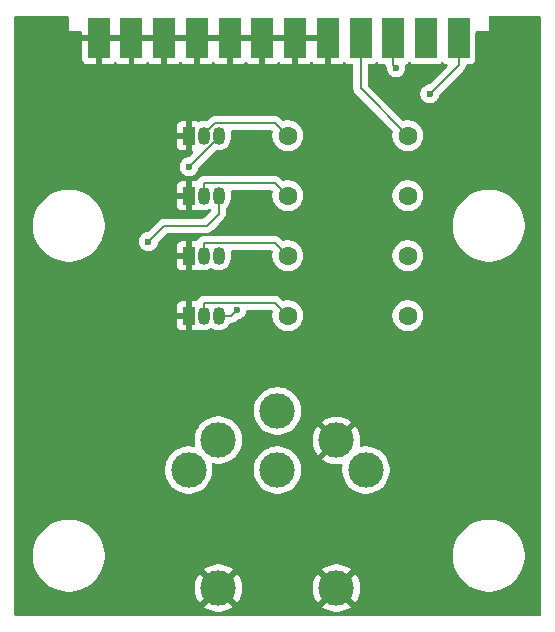
<source format=gbl>
%TF.GenerationSoftware,KiCad,Pcbnew,9.0.5-1.fc42*%
%TF.CreationDate,2025-11-09T17:22:24+08:00*%
%TF.ProjectId,b5s4-XA1541-active,62357334-2d58-4413-9135-34312d616374,1.1*%
%TF.SameCoordinates,Original*%
%TF.FileFunction,Copper,L2,Bot*%
%TF.FilePolarity,Positive*%
%FSLAX46Y46*%
G04 Gerber Fmt 4.6, Leading zero omitted, Abs format (unit mm)*
G04 Created by KiCad (PCBNEW 9.0.5-1.fc42) date 2025-11-09 17:22:24*
%MOMM*%
%LPD*%
G01*
G04 APERTURE LIST*
%TA.AperFunction,ComponentPad*%
%ADD10C,1.600000*%
%TD*%
%TA.AperFunction,ComponentPad*%
%ADD11C,3.000000*%
%TD*%
%TA.AperFunction,ComponentPad*%
%ADD12R,1.050000X1.500000*%
%TD*%
%TA.AperFunction,ComponentPad*%
%ADD13O,1.050000X1.500000*%
%TD*%
%TA.AperFunction,SMDPad,CuDef*%
%ADD14R,1.846667X3.480000*%
%TD*%
%TA.AperFunction,ViaPad*%
%ADD15C,0.600000*%
%TD*%
%TA.AperFunction,Conductor*%
%ADD16C,0.200000*%
%TD*%
G04 APERTURE END LIST*
D10*
%TO.P,R1,1*%
%TO.N,Net-(Q1-B)*%
X120137600Y-86360000D03*
%TO.P,R1,2*%
%TO.N,Net-(CN1-Pin_17)*%
X130297600Y-86360000D03*
%TD*%
D11*
%TO.P,CN2,1,Pin_1*%
%TO.N,unconnected-(CN2-Pin_1-Pad1)*%
X126764200Y-114669100D03*
%TO.P,CN2,2,Pin_2*%
%TO.N,GND*%
X124264200Y-124669100D03*
X124264200Y-112169100D03*
X114264200Y-124669100D03*
%TO.P,CN2,3,Pin_3*%
%TO.N,Net-(CN1-Pin_13)*%
X119264200Y-114669100D03*
%TO.P,CN2,4,Pin_4*%
%TO.N,Net-(CN1-Pin_12)*%
X114264200Y-112129100D03*
%TO.P,CN2,5,Pin_5*%
%TO.N,Net-(CN1-Pin_10)*%
X111764200Y-114669100D03*
%TO.P,CN2,6,Pin_6*%
%TO.N,Net-(CN1-Pin_11)*%
X119264200Y-109669100D03*
%TD*%
D10*
%TO.P,R4,1*%
%TO.N,Net-(Q4-B)*%
X120137600Y-101600000D03*
%TO.P,R4,2*%
%TO.N,Net-(CN1-Pin_1)*%
X130297600Y-101600000D03*
%TD*%
D12*
%TO.P,Q2,1,E*%
%TO.N,GND*%
X111760000Y-91440000D03*
D13*
%TO.P,Q2,2,B*%
%TO.N,Net-(Q2-B)*%
X113030000Y-91440000D03*
%TO.P,Q2,3,C*%
%TO.N,Net-(CN1-Pin_10)*%
X114300000Y-91440000D03*
%TD*%
D12*
%TO.P,Q1,1,E*%
%TO.N,GND*%
X111760000Y-86360000D03*
D13*
%TO.P,Q1,2,B*%
%TO.N,Net-(Q1-B)*%
X113030000Y-86360000D03*
%TO.P,Q1,3,C*%
%TO.N,Net-(CN1-Pin_11)*%
X114300000Y-86360000D03*
%TD*%
D14*
%TO.P,CN1,14,Pin_14*%
%TO.N,Net-(CN1-Pin_14)*%
X134615000Y-78077500D03*
%TO.P,CN1,15,Pin_15*%
%TO.N,unconnected-(CN1-Pin_15-Pad15)*%
X131845000Y-78077500D03*
%TO.P,CN1,16,Pin_16*%
%TO.N,Net-(CN1-Pin_16)*%
X129075000Y-78077500D03*
%TO.P,CN1,17,Pin_17*%
%TO.N,Net-(CN1-Pin_17)*%
X126305000Y-78077500D03*
%TO.P,CN1,18,Pin_18*%
%TO.N,GND*%
X123535000Y-78077500D03*
%TO.P,CN1,19,Pin_19*%
X120765000Y-78077500D03*
%TO.P,CN1,20,Pin_20*%
X117995000Y-78077500D03*
%TO.P,CN1,21,Pin_21*%
X115225000Y-78077500D03*
%TO.P,CN1,22,Pin_22*%
X112455000Y-78077500D03*
%TO.P,CN1,23,Pin_23*%
X109685000Y-78077500D03*
%TO.P,CN1,24,Pin_24*%
X106915000Y-78077500D03*
%TO.P,CN1,25,Pin_25*%
X104145000Y-78077500D03*
%TD*%
D10*
%TO.P,R3,1*%
%TO.N,Net-(Q3-B)*%
X120137600Y-96520000D03*
%TO.P,R3,2*%
%TO.N,Net-(CN1-Pin_14)*%
X130297600Y-96520000D03*
%TD*%
D12*
%TO.P,Q4,1,E*%
%TO.N,GND*%
X111760000Y-101600000D03*
D13*
%TO.P,Q4,2,B*%
%TO.N,Net-(Q4-B)*%
X113030000Y-101600000D03*
%TO.P,Q4,3,C*%
%TO.N,Net-(CN1-Pin_13)*%
X114300000Y-101600000D03*
%TD*%
D12*
%TO.P,Q3,1,E*%
%TO.N,GND*%
X111760000Y-96520000D03*
D13*
%TO.P,Q3,2,B*%
%TO.N,Net-(Q3-B)*%
X113030000Y-96520000D03*
%TO.P,Q3,3,C*%
%TO.N,Net-(CN1-Pin_12)*%
X114300000Y-96520000D03*
%TD*%
D10*
%TO.P,R2,1*%
%TO.N,Net-(Q2-B)*%
X120137600Y-91440000D03*
%TO.P,R2,2*%
%TO.N,Net-(CN1-Pin_16)*%
X130297600Y-91440000D03*
%TD*%
D15*
%TO.N,GND*%
X116840000Y-81280000D03*
X101600000Y-106680000D03*
X116369264Y-98080632D03*
X134148257Y-86863513D03*
X130588364Y-88846887D03*
X114300000Y-119380000D03*
X139700000Y-116840000D03*
X101600000Y-101600000D03*
X132080000Y-121920000D03*
X132080000Y-109220000D03*
X119380000Y-121920000D03*
X99060000Y-101600000D03*
X139700000Y-99060000D03*
X124460000Y-104140000D03*
X116369264Y-93268681D03*
X139700000Y-83820000D03*
X116716071Y-108441501D03*
X99060000Y-78740000D03*
X124460000Y-119380000D03*
X106680000Y-121920000D03*
X132080000Y-114300000D03*
X137160000Y-83820000D03*
X101600000Y-86360000D03*
X99060000Y-109220000D03*
X106909781Y-82607445D03*
X137160000Y-88900000D03*
X99060000Y-86360000D03*
%TO.N,Net-(CN1-Pin_10)*%
X108348400Y-95332200D03*
%TO.N,Net-(CN1-Pin_11)*%
X111792500Y-89000300D03*
%TO.N,Net-(CN1-Pin_14)*%
X132174100Y-82830400D03*
%TO.N,Net-(CN1-Pin_16)*%
X129312300Y-80601600D03*
%TO.N,Net-(CN1-Pin_13)*%
X115830500Y-101129200D03*
%TD*%
D16*
%TO.N,Net-(CN1-Pin_10)*%
X114300000Y-91440000D02*
X114300000Y-92964793D01*
X114300000Y-92964793D02*
X113284793Y-93980000D01*
X113284793Y-93980000D02*
X109700600Y-93980000D01*
X109700600Y-93980000D02*
X108348400Y-95332200D01*
%TO.N,Net-(CN1-Pin_11)*%
X114300000Y-86360000D02*
X114300000Y-86483140D01*
X113381100Y-87411700D02*
X111792500Y-89000300D01*
X113381100Y-87402040D02*
X113381100Y-87411700D01*
X114300000Y-86483140D02*
X113381100Y-87402040D01*
%TO.N,Net-(CN1-Pin_17)*%
X126305000Y-82367400D02*
X130297600Y-86360000D01*
X126305000Y-78077500D02*
X126305000Y-82367400D01*
%TO.N,Net-(CN1-Pin_14)*%
X134615000Y-78077500D02*
X134615000Y-80389500D01*
X134615000Y-80389500D02*
X132174100Y-82830400D01*
%TO.N,Net-(CN1-Pin_16)*%
X129075000Y-80364300D02*
X129075000Y-78077500D01*
X129312300Y-80601600D02*
X129075000Y-80364300D01*
%TO.N,Net-(CN1-Pin_13)*%
X115359700Y-101600000D02*
X115830500Y-101129200D01*
X114300000Y-101600000D02*
X115359700Y-101600000D01*
%TO.N,Net-(Q1-B)*%
X114081700Y-85308300D02*
X119085900Y-85308300D01*
X119085900Y-85308300D02*
X120137600Y-86360000D01*
X114081000Y-85309000D02*
X114081700Y-85308300D01*
X113030000Y-86236860D02*
X113957860Y-85309000D01*
X113030000Y-86360000D02*
X113030000Y-86236860D01*
X113957860Y-85309000D02*
X114081000Y-85309000D01*
%TO.N,Net-(Q2-B)*%
X119085900Y-90388300D02*
X113030000Y-90388300D01*
X113030000Y-91440000D02*
X113030000Y-90388300D01*
X120137600Y-91440000D02*
X119085900Y-90388300D01*
%TO.N,Net-(Q3-B)*%
X120137600Y-96520000D02*
X119085900Y-95468300D01*
X119085900Y-95468300D02*
X113030000Y-95468300D01*
X113030000Y-96520000D02*
X113030000Y-95468300D01*
%TO.N,Net-(Q4-B)*%
X113030000Y-101600000D02*
X113030000Y-100548300D01*
X119065100Y-100527500D02*
X113050800Y-100527500D01*
X113050800Y-100527500D02*
X113030000Y-100548300D01*
X120137600Y-101600000D02*
X119065100Y-100527500D01*
%TD*%
%TA.AperFunction,Conductor*%
%TO.N,GND*%
G36*
X101543039Y-76228921D02*
G01*
X101588794Y-76281725D01*
X101600000Y-76333236D01*
X101600000Y-77518056D01*
X102597666Y-77518056D01*
X102664705Y-77537741D01*
X102710460Y-77590545D01*
X102721666Y-77642056D01*
X102721666Y-77827500D01*
X123411000Y-77827500D01*
X123478039Y-77847185D01*
X123523794Y-77899989D01*
X123535000Y-77951500D01*
X123535000Y-78077500D01*
X123661000Y-78077500D01*
X123728039Y-78097185D01*
X123773794Y-78149989D01*
X123785000Y-78201500D01*
X123785000Y-80317500D01*
X124506162Y-80317500D01*
X124506178Y-80317499D01*
X124565706Y-80311098D01*
X124565713Y-80311096D01*
X124700420Y-80260854D01*
X124700427Y-80260850D01*
X124815518Y-80174692D01*
X124820416Y-80168150D01*
X124876348Y-80126276D01*
X124946039Y-80121289D01*
X125007364Y-80154771D01*
X125018949Y-80168139D01*
X125024120Y-80175046D01*
X125070309Y-80209623D01*
X125139330Y-80261293D01*
X125139337Y-80261297D01*
X125139340Y-80261298D01*
X125274183Y-80311591D01*
X125333793Y-80318000D01*
X125580501Y-80317999D01*
X125647539Y-80337683D01*
X125693294Y-80390487D01*
X125704500Y-80441999D01*
X125704500Y-82280730D01*
X125704499Y-82280748D01*
X125704499Y-82446454D01*
X125704498Y-82446454D01*
X125745423Y-82599185D01*
X125769365Y-82640652D01*
X125769366Y-82640656D01*
X125769367Y-82640656D01*
X125824479Y-82736114D01*
X125824481Y-82736117D01*
X125943349Y-82854985D01*
X125943355Y-82854990D01*
X129003522Y-85915157D01*
X129037007Y-85976480D01*
X129033773Y-86041155D01*
X129029122Y-86055468D01*
X128997100Y-86257648D01*
X128997100Y-86462351D01*
X129029122Y-86664534D01*
X129092381Y-86859223D01*
X129185315Y-87041613D01*
X129305628Y-87207213D01*
X129450386Y-87351971D01*
X129593501Y-87455948D01*
X129615990Y-87472287D01*
X129732207Y-87531503D01*
X129798376Y-87565218D01*
X129798378Y-87565218D01*
X129798381Y-87565220D01*
X129847295Y-87581113D01*
X129993065Y-87628477D01*
X130094157Y-87644488D01*
X130195248Y-87660500D01*
X130195249Y-87660500D01*
X130399951Y-87660500D01*
X130399952Y-87660500D01*
X130602134Y-87628477D01*
X130796819Y-87565220D01*
X130979210Y-87472287D01*
X131104089Y-87381558D01*
X131144813Y-87351971D01*
X131144815Y-87351968D01*
X131144819Y-87351966D01*
X131289566Y-87207219D01*
X131289568Y-87207215D01*
X131289571Y-87207213D01*
X131342332Y-87134590D01*
X131409887Y-87041610D01*
X131502820Y-86859219D01*
X131566077Y-86664534D01*
X131598100Y-86462352D01*
X131598100Y-86257648D01*
X131577842Y-86129745D01*
X131566077Y-86055465D01*
X131502818Y-85860776D01*
X131469103Y-85794607D01*
X131409887Y-85678390D01*
X131402156Y-85667749D01*
X131289571Y-85512786D01*
X131144813Y-85368028D01*
X130979213Y-85247715D01*
X130979212Y-85247714D01*
X130979210Y-85247713D01*
X130922253Y-85218691D01*
X130796823Y-85154781D01*
X130602134Y-85091522D01*
X130427595Y-85063878D01*
X130399952Y-85059500D01*
X130195248Y-85059500D01*
X130157199Y-85065526D01*
X129993068Y-85091522D01*
X129984317Y-85094365D01*
X129978754Y-85096173D01*
X129908913Y-85098167D01*
X129852757Y-85065922D01*
X126941819Y-82154984D01*
X126908334Y-82093661D01*
X126905500Y-82067303D01*
X126905500Y-80441999D01*
X126925185Y-80374960D01*
X126977989Y-80329205D01*
X127029500Y-80317999D01*
X127276205Y-80317999D01*
X127276206Y-80317999D01*
X127335817Y-80311591D01*
X127470665Y-80261296D01*
X127585880Y-80175046D01*
X127590733Y-80168562D01*
X127646666Y-80126691D01*
X127716357Y-80121707D01*
X127777681Y-80155191D01*
X127789265Y-80168561D01*
X127793854Y-80174691D01*
X127794120Y-80175046D01*
X127794121Y-80175047D01*
X127909330Y-80261293D01*
X127909337Y-80261297D01*
X127909340Y-80261298D01*
X128044183Y-80311591D01*
X128103793Y-80318000D01*
X128350500Y-80317999D01*
X128417538Y-80337683D01*
X128463293Y-80390487D01*
X128471136Y-80413317D01*
X128474499Y-80427461D01*
X128474499Y-80443357D01*
X128508026Y-80568480D01*
X128508437Y-80570207D01*
X128508319Y-80572452D01*
X128511800Y-80598889D01*
X128511800Y-80680446D01*
X128542561Y-80835089D01*
X128542564Y-80835101D01*
X128602902Y-80980772D01*
X128602909Y-80980785D01*
X128690510Y-81111888D01*
X128690513Y-81111892D01*
X128802007Y-81223386D01*
X128802011Y-81223389D01*
X128933114Y-81310990D01*
X128933127Y-81310997D01*
X129078798Y-81371335D01*
X129078803Y-81371337D01*
X129233453Y-81402099D01*
X129233456Y-81402100D01*
X129233458Y-81402100D01*
X129391144Y-81402100D01*
X129391145Y-81402099D01*
X129545797Y-81371337D01*
X129691479Y-81310994D01*
X129822589Y-81223389D01*
X129934089Y-81111889D01*
X130021694Y-80980779D01*
X130082037Y-80835097D01*
X130112800Y-80680442D01*
X130112800Y-80522758D01*
X130112800Y-80522755D01*
X130093802Y-80427248D01*
X130100029Y-80357656D01*
X130142892Y-80302479D01*
X130172087Y-80286874D01*
X130240660Y-80261298D01*
X130240660Y-80261297D01*
X130240665Y-80261296D01*
X130355880Y-80175046D01*
X130360733Y-80168562D01*
X130416666Y-80126691D01*
X130486357Y-80121707D01*
X130547681Y-80155191D01*
X130559265Y-80168561D01*
X130563854Y-80174691D01*
X130564120Y-80175046D01*
X130564121Y-80175047D01*
X130679330Y-80261293D01*
X130679337Y-80261297D01*
X130814183Y-80311591D01*
X130814182Y-80311591D01*
X130821110Y-80312335D01*
X130873793Y-80318000D01*
X132816206Y-80317999D01*
X132875817Y-80311591D01*
X133010665Y-80261296D01*
X133125880Y-80175046D01*
X133130733Y-80168562D01*
X133186666Y-80126691D01*
X133256357Y-80121707D01*
X133317681Y-80155191D01*
X133329265Y-80168561D01*
X133333854Y-80174691D01*
X133334120Y-80175046D01*
X133334121Y-80175047D01*
X133449330Y-80261293D01*
X133449337Y-80261297D01*
X133591451Y-80314302D01*
X133590343Y-80317270D01*
X133638374Y-80344601D01*
X133670779Y-80406502D01*
X133664573Y-80476095D01*
X133636850Y-80518413D01*
X132159439Y-81995825D01*
X132098116Y-82029310D01*
X132095950Y-82029761D01*
X131940608Y-82060661D01*
X131940598Y-82060664D01*
X131794927Y-82121002D01*
X131794914Y-82121009D01*
X131663811Y-82208610D01*
X131663807Y-82208613D01*
X131552313Y-82320107D01*
X131552310Y-82320111D01*
X131464709Y-82451214D01*
X131464702Y-82451227D01*
X131404364Y-82596898D01*
X131404361Y-82596910D01*
X131373600Y-82751553D01*
X131373600Y-82909246D01*
X131404361Y-83063889D01*
X131404364Y-83063901D01*
X131464702Y-83209572D01*
X131464709Y-83209585D01*
X131552310Y-83340688D01*
X131552313Y-83340692D01*
X131663807Y-83452186D01*
X131663811Y-83452189D01*
X131794914Y-83539790D01*
X131794927Y-83539797D01*
X131940598Y-83600135D01*
X131940603Y-83600137D01*
X132095253Y-83630899D01*
X132095256Y-83630900D01*
X132095258Y-83630900D01*
X132252944Y-83630900D01*
X132252945Y-83630899D01*
X132407597Y-83600137D01*
X132553279Y-83539794D01*
X132684389Y-83452189D01*
X132795889Y-83340689D01*
X132883494Y-83209579D01*
X132943837Y-83063897D01*
X132963213Y-82966485D01*
X132974738Y-82908550D01*
X133007123Y-82846639D01*
X133008619Y-82845115D01*
X134973506Y-80880227D01*
X134973511Y-80880224D01*
X134983714Y-80870020D01*
X134983716Y-80870020D01*
X135095520Y-80758216D01*
X135148952Y-80665669D01*
X135174577Y-80621285D01*
X135215501Y-80468557D01*
X135215501Y-80441999D01*
X135235186Y-80374960D01*
X135287990Y-80329205D01*
X135339501Y-80317999D01*
X135586205Y-80317999D01*
X135586206Y-80317999D01*
X135645817Y-80311591D01*
X135780665Y-80261296D01*
X135895880Y-80175046D01*
X135982130Y-80059831D01*
X136032425Y-79924983D01*
X136038834Y-79865373D01*
X136038833Y-77642055D01*
X136058518Y-77575017D01*
X136111321Y-77529262D01*
X136162833Y-77518056D01*
X137160000Y-77518056D01*
X137160000Y-76333236D01*
X137179685Y-76266197D01*
X137232489Y-76220442D01*
X137284000Y-76209236D01*
X141465744Y-76209236D01*
X141532783Y-76228921D01*
X141578538Y-76281725D01*
X141589744Y-76333236D01*
X141589744Y-126888601D01*
X141570059Y-126955640D01*
X141517255Y-127001395D01*
X141465744Y-127012601D01*
X97126081Y-127012601D01*
X97059042Y-126992916D01*
X97013287Y-126940112D01*
X97002081Y-126888601D01*
X97002081Y-121749244D01*
X98559500Y-121749244D01*
X98559500Y-122090755D01*
X98597734Y-122430092D01*
X98597736Y-122430108D01*
X98673726Y-122763044D01*
X98673730Y-122763056D01*
X98786515Y-123085375D01*
X98786524Y-123085397D01*
X98934686Y-123393059D01*
X98972587Y-123453377D01*
X99116380Y-123682222D01*
X99329303Y-123949219D01*
X99570781Y-124190697D01*
X99837778Y-124403620D01*
X100051650Y-124538005D01*
X100126940Y-124585313D01*
X100434602Y-124733475D01*
X100434611Y-124733478D01*
X100434618Y-124733482D01*
X100434624Y-124733484D01*
X100756943Y-124846269D01*
X100756955Y-124846273D01*
X101089895Y-124922264D01*
X101429245Y-124960499D01*
X101429246Y-124960500D01*
X101429249Y-124960500D01*
X101770754Y-124960500D01*
X101770754Y-124960499D01*
X102110105Y-124922264D01*
X102443045Y-124846273D01*
X102765382Y-124733482D01*
X103073065Y-124585310D01*
X103148350Y-124538005D01*
X112264200Y-124538005D01*
X112264200Y-124800194D01*
X112298420Y-125060109D01*
X112298422Y-125060120D01*
X112366275Y-125313355D01*
X112466604Y-125555571D01*
X112466609Y-125555582D01*
X112597688Y-125782616D01*
X112597694Y-125782624D01*
X112684280Y-125895465D01*
X113548352Y-125031392D01*
X113555249Y-125048042D01*
X113642799Y-125179070D01*
X113754230Y-125290501D01*
X113885258Y-125378051D01*
X113901905Y-125384946D01*
X113037833Y-126249017D01*
X113037833Y-126249018D01*
X113150675Y-126335605D01*
X113150683Y-126335611D01*
X113377717Y-126466690D01*
X113377728Y-126466695D01*
X113619944Y-126567024D01*
X113873179Y-126634877D01*
X113873190Y-126634879D01*
X114133105Y-126669099D01*
X114133120Y-126669100D01*
X114395280Y-126669100D01*
X114395294Y-126669099D01*
X114655209Y-126634879D01*
X114655220Y-126634877D01*
X114908455Y-126567024D01*
X115150671Y-126466695D01*
X115150682Y-126466690D01*
X115377716Y-126335611D01*
X115377734Y-126335599D01*
X115490565Y-126249019D01*
X115490565Y-126249017D01*
X114626494Y-125384946D01*
X114643142Y-125378051D01*
X114774170Y-125290501D01*
X114885601Y-125179070D01*
X114973151Y-125048042D01*
X114980046Y-125031394D01*
X115844117Y-125895465D01*
X115844119Y-125895465D01*
X115930699Y-125782634D01*
X115930711Y-125782616D01*
X116061790Y-125555582D01*
X116061795Y-125555571D01*
X116162124Y-125313355D01*
X116229977Y-125060120D01*
X116229979Y-125060109D01*
X116264199Y-124800194D01*
X116264200Y-124800180D01*
X116264200Y-124538019D01*
X116264199Y-124538005D01*
X122264200Y-124538005D01*
X122264200Y-124800194D01*
X122298420Y-125060109D01*
X122298422Y-125060120D01*
X122366275Y-125313355D01*
X122466604Y-125555571D01*
X122466609Y-125555582D01*
X122597688Y-125782616D01*
X122597694Y-125782624D01*
X122684280Y-125895465D01*
X123548352Y-125031392D01*
X123555249Y-125048042D01*
X123642799Y-125179070D01*
X123754230Y-125290501D01*
X123885258Y-125378051D01*
X123901905Y-125384946D01*
X123037833Y-126249017D01*
X123037833Y-126249018D01*
X123150675Y-126335605D01*
X123150683Y-126335611D01*
X123377717Y-126466690D01*
X123377728Y-126466695D01*
X123619944Y-126567024D01*
X123873179Y-126634877D01*
X123873190Y-126634879D01*
X124133105Y-126669099D01*
X124133120Y-126669100D01*
X124395280Y-126669100D01*
X124395294Y-126669099D01*
X124655209Y-126634879D01*
X124655220Y-126634877D01*
X124908455Y-126567024D01*
X125150671Y-126466695D01*
X125150682Y-126466690D01*
X125377716Y-126335611D01*
X125377734Y-126335599D01*
X125490565Y-126249019D01*
X125490565Y-126249017D01*
X124626494Y-125384946D01*
X124643142Y-125378051D01*
X124774170Y-125290501D01*
X124885601Y-125179070D01*
X124973151Y-125048042D01*
X124980046Y-125031394D01*
X125844117Y-125895465D01*
X125844119Y-125895465D01*
X125930699Y-125782634D01*
X125930711Y-125782616D01*
X126061790Y-125555582D01*
X126061795Y-125555571D01*
X126162124Y-125313355D01*
X126229977Y-125060120D01*
X126229979Y-125060109D01*
X126264199Y-124800194D01*
X126264200Y-124800180D01*
X126264200Y-124538019D01*
X126264199Y-124538005D01*
X126229979Y-124278090D01*
X126229977Y-124278079D01*
X126162124Y-124024844D01*
X126061795Y-123782628D01*
X126061790Y-123782617D01*
X125930711Y-123555583D01*
X125930705Y-123555575D01*
X125844118Y-123442733D01*
X125844117Y-123442733D01*
X124980046Y-124306804D01*
X124973151Y-124290158D01*
X124885601Y-124159130D01*
X124774170Y-124047699D01*
X124643142Y-123960149D01*
X124626492Y-123953252D01*
X125490565Y-123089180D01*
X125377724Y-123002594D01*
X125377716Y-123002588D01*
X125150682Y-122871509D01*
X125150671Y-122871504D01*
X124908455Y-122771175D01*
X124655220Y-122703322D01*
X124655209Y-122703320D01*
X124395294Y-122669100D01*
X124133105Y-122669100D01*
X123873190Y-122703320D01*
X123873179Y-122703322D01*
X123619944Y-122771175D01*
X123377728Y-122871504D01*
X123377717Y-122871509D01*
X123150671Y-123002596D01*
X123037833Y-123089179D01*
X123037833Y-123089180D01*
X123901906Y-123953253D01*
X123885258Y-123960149D01*
X123754230Y-124047699D01*
X123642799Y-124159130D01*
X123555249Y-124290158D01*
X123548353Y-124306806D01*
X122684280Y-123442733D01*
X122684279Y-123442733D01*
X122597696Y-123555571D01*
X122466609Y-123782617D01*
X122466604Y-123782628D01*
X122366275Y-124024844D01*
X122298422Y-124278079D01*
X122298420Y-124278090D01*
X122264200Y-124538005D01*
X116264199Y-124538005D01*
X116229979Y-124278090D01*
X116229977Y-124278079D01*
X116162124Y-124024844D01*
X116061795Y-123782628D01*
X116061790Y-123782617D01*
X115930711Y-123555583D01*
X115930705Y-123555575D01*
X115844118Y-123442733D01*
X115844117Y-123442733D01*
X114980046Y-124306804D01*
X114973151Y-124290158D01*
X114885601Y-124159130D01*
X114774170Y-124047699D01*
X114643142Y-123960149D01*
X114626492Y-123953252D01*
X115490565Y-123089180D01*
X115377724Y-123002594D01*
X115377716Y-123002588D01*
X115150682Y-122871509D01*
X115150671Y-122871504D01*
X114908455Y-122771175D01*
X114655220Y-122703322D01*
X114655209Y-122703320D01*
X114395294Y-122669100D01*
X114133105Y-122669100D01*
X113873190Y-122703320D01*
X113873179Y-122703322D01*
X113619944Y-122771175D01*
X113377728Y-122871504D01*
X113377717Y-122871509D01*
X113150671Y-123002596D01*
X113037833Y-123089179D01*
X113037833Y-123089180D01*
X113901906Y-123953253D01*
X113885258Y-123960149D01*
X113754230Y-124047699D01*
X113642799Y-124159130D01*
X113555249Y-124290158D01*
X113548353Y-124306806D01*
X112684280Y-123442733D01*
X112684279Y-123442733D01*
X112597696Y-123555571D01*
X112466609Y-123782617D01*
X112466604Y-123782628D01*
X112366275Y-124024844D01*
X112298422Y-124278079D01*
X112298420Y-124278090D01*
X112264200Y-124538005D01*
X103148350Y-124538005D01*
X103362222Y-124403620D01*
X103629219Y-124190697D01*
X103870697Y-123949219D01*
X104083620Y-123682222D01*
X104265310Y-123393065D01*
X104413482Y-123085382D01*
X104526273Y-122763045D01*
X104602264Y-122430105D01*
X104640500Y-122090751D01*
X104640500Y-121749249D01*
X104640499Y-121749244D01*
X134119500Y-121749244D01*
X134119500Y-122090755D01*
X134157734Y-122430092D01*
X134157736Y-122430108D01*
X134233726Y-122763044D01*
X134233730Y-122763056D01*
X134346515Y-123085375D01*
X134346524Y-123085397D01*
X134494686Y-123393059D01*
X134532587Y-123453377D01*
X134676380Y-123682222D01*
X134889303Y-123949219D01*
X135130781Y-124190697D01*
X135397778Y-124403620D01*
X135611650Y-124538005D01*
X135686940Y-124585313D01*
X135994602Y-124733475D01*
X135994611Y-124733478D01*
X135994618Y-124733482D01*
X135994624Y-124733484D01*
X136316943Y-124846269D01*
X136316955Y-124846273D01*
X136649895Y-124922264D01*
X136989245Y-124960499D01*
X136989246Y-124960500D01*
X136989249Y-124960500D01*
X137330754Y-124960500D01*
X137330754Y-124960499D01*
X137670105Y-124922264D01*
X138003045Y-124846273D01*
X138325382Y-124733482D01*
X138633065Y-124585310D01*
X138922222Y-124403620D01*
X139189219Y-124190697D01*
X139430697Y-123949219D01*
X139643620Y-123682222D01*
X139825310Y-123393065D01*
X139971653Y-123089180D01*
X139973475Y-123085397D01*
X139973478Y-123085390D01*
X139973482Y-123085382D01*
X140086273Y-122763045D01*
X140162264Y-122430105D01*
X140200500Y-122090751D01*
X140200500Y-121749249D01*
X140162264Y-121409895D01*
X140086273Y-121076955D01*
X139973482Y-120754618D01*
X139973478Y-120754611D01*
X139973475Y-120754602D01*
X139825313Y-120446940D01*
X139685367Y-120224218D01*
X139643620Y-120157778D01*
X139430697Y-119890781D01*
X139189219Y-119649303D01*
X138922222Y-119436380D01*
X138633065Y-119254690D01*
X138633066Y-119254690D01*
X138633059Y-119254686D01*
X138325397Y-119106524D01*
X138325375Y-119106515D01*
X138003056Y-118993730D01*
X138003044Y-118993726D01*
X137670108Y-118917736D01*
X137670092Y-118917734D01*
X137330755Y-118879500D01*
X137330751Y-118879500D01*
X136989249Y-118879500D01*
X136989244Y-118879500D01*
X136649907Y-118917734D01*
X136649891Y-118917736D01*
X136316955Y-118993726D01*
X136316943Y-118993730D01*
X135994624Y-119106515D01*
X135994602Y-119106524D01*
X135686940Y-119254686D01*
X135397779Y-119436379D01*
X135130781Y-119649302D01*
X134889302Y-119890781D01*
X134676379Y-120157779D01*
X134494686Y-120446940D01*
X134346524Y-120754602D01*
X134346515Y-120754624D01*
X134233730Y-121076943D01*
X134233726Y-121076955D01*
X134157736Y-121409891D01*
X134157734Y-121409907D01*
X134119500Y-121749244D01*
X104640499Y-121749244D01*
X104602264Y-121409895D01*
X104526273Y-121076955D01*
X104413482Y-120754618D01*
X104413478Y-120754611D01*
X104413475Y-120754602D01*
X104265313Y-120446940D01*
X104125367Y-120224218D01*
X104083620Y-120157778D01*
X103870697Y-119890781D01*
X103629219Y-119649303D01*
X103362222Y-119436380D01*
X103073065Y-119254690D01*
X103073066Y-119254690D01*
X103073059Y-119254686D01*
X102765397Y-119106524D01*
X102765375Y-119106515D01*
X102443056Y-118993730D01*
X102443044Y-118993726D01*
X102110108Y-118917736D01*
X102110092Y-118917734D01*
X101770755Y-118879500D01*
X101770751Y-118879500D01*
X101429249Y-118879500D01*
X101429244Y-118879500D01*
X101089907Y-118917734D01*
X101089891Y-118917736D01*
X100756955Y-118993726D01*
X100756943Y-118993730D01*
X100434624Y-119106515D01*
X100434602Y-119106524D01*
X100126940Y-119254686D01*
X99837779Y-119436379D01*
X99570781Y-119649302D01*
X99329302Y-119890781D01*
X99116379Y-120157779D01*
X98934686Y-120446940D01*
X98786524Y-120754602D01*
X98786515Y-120754624D01*
X98673730Y-121076943D01*
X98673726Y-121076955D01*
X98597736Y-121409891D01*
X98597734Y-121409907D01*
X98559500Y-121749244D01*
X97002081Y-121749244D01*
X97002081Y-114537972D01*
X109763700Y-114537972D01*
X109763700Y-114800227D01*
X109790323Y-115002439D01*
X109797930Y-115060216D01*
X109865802Y-115313518D01*
X109865805Y-115313528D01*
X109966153Y-115555790D01*
X109966158Y-115555800D01*
X110097275Y-115782903D01*
X110256918Y-115990951D01*
X110256926Y-115990960D01*
X110442340Y-116176374D01*
X110442348Y-116176381D01*
X110650396Y-116336024D01*
X110877499Y-116467141D01*
X110877509Y-116467146D01*
X111119771Y-116567494D01*
X111119781Y-116567498D01*
X111373084Y-116635370D01*
X111633080Y-116669600D01*
X111633087Y-116669600D01*
X111895313Y-116669600D01*
X111895320Y-116669600D01*
X112155316Y-116635370D01*
X112408619Y-116567498D01*
X112650897Y-116467143D01*
X112878003Y-116336024D01*
X113086051Y-116176382D01*
X113086055Y-116176377D01*
X113086060Y-116176374D01*
X113271474Y-115990960D01*
X113271477Y-115990955D01*
X113271482Y-115990951D01*
X113431124Y-115782903D01*
X113562243Y-115555797D01*
X113662598Y-115313519D01*
X113730470Y-115060216D01*
X113764700Y-114800220D01*
X113764700Y-114537980D01*
X113764699Y-114537972D01*
X117263700Y-114537972D01*
X117263700Y-114800227D01*
X117290323Y-115002439D01*
X117297930Y-115060216D01*
X117365802Y-115313518D01*
X117365805Y-115313528D01*
X117466153Y-115555790D01*
X117466158Y-115555800D01*
X117597275Y-115782903D01*
X117756918Y-115990951D01*
X117756926Y-115990960D01*
X117942340Y-116176374D01*
X117942348Y-116176381D01*
X118150396Y-116336024D01*
X118377499Y-116467141D01*
X118377509Y-116467146D01*
X118619771Y-116567494D01*
X118619781Y-116567498D01*
X118873084Y-116635370D01*
X119133080Y-116669600D01*
X119133087Y-116669600D01*
X119395313Y-116669600D01*
X119395320Y-116669600D01*
X119655316Y-116635370D01*
X119908619Y-116567498D01*
X120150897Y-116467143D01*
X120378003Y-116336024D01*
X120586051Y-116176382D01*
X120586055Y-116176377D01*
X120586060Y-116176374D01*
X120771474Y-115990960D01*
X120771477Y-115990955D01*
X120771482Y-115990951D01*
X120931124Y-115782903D01*
X121062243Y-115555797D01*
X121162598Y-115313519D01*
X121230470Y-115060216D01*
X121264700Y-114800220D01*
X121264700Y-114537980D01*
X121230470Y-114277984D01*
X121162598Y-114024681D01*
X121162594Y-114024671D01*
X121062246Y-113782409D01*
X121062245Y-113782408D01*
X121062243Y-113782403D01*
X120977934Y-113636374D01*
X120931124Y-113555296D01*
X120771481Y-113347248D01*
X120771474Y-113347240D01*
X120586060Y-113161826D01*
X120586051Y-113161818D01*
X120378003Y-113002175D01*
X120150900Y-112871058D01*
X120150890Y-112871053D01*
X119908628Y-112770705D01*
X119908621Y-112770703D01*
X119908619Y-112770702D01*
X119655316Y-112702830D01*
X119597539Y-112695223D01*
X119395327Y-112668600D01*
X119395320Y-112668600D01*
X119133080Y-112668600D01*
X119133072Y-112668600D01*
X118901972Y-112699026D01*
X118873084Y-112702830D01*
X118666727Y-112758123D01*
X118619781Y-112770702D01*
X118619771Y-112770705D01*
X118377509Y-112871053D01*
X118377499Y-112871058D01*
X118150396Y-113002175D01*
X117942348Y-113161818D01*
X117756918Y-113347248D01*
X117597275Y-113555296D01*
X117466158Y-113782399D01*
X117466153Y-113782409D01*
X117365805Y-114024671D01*
X117365802Y-114024681D01*
X117299033Y-114273870D01*
X117297930Y-114277985D01*
X117263700Y-114537972D01*
X113764699Y-114537972D01*
X113730470Y-114277984D01*
X113722310Y-114247530D01*
X113723971Y-114177682D01*
X113763133Y-114119819D01*
X113827361Y-114092314D01*
X113868960Y-114095292D01*
X113869103Y-114094578D01*
X113873075Y-114095367D01*
X113873084Y-114095370D01*
X114133080Y-114129600D01*
X114133087Y-114129600D01*
X114395313Y-114129600D01*
X114395320Y-114129600D01*
X114655316Y-114095370D01*
X114908619Y-114027498D01*
X115150897Y-113927143D01*
X115378003Y-113796024D01*
X115586051Y-113636382D01*
X115586055Y-113636377D01*
X115586060Y-113636374D01*
X115771474Y-113450960D01*
X115771477Y-113450955D01*
X115771482Y-113450951D01*
X115931124Y-113242903D01*
X116062243Y-113015797D01*
X116067886Y-113002175D01*
X116162594Y-112773528D01*
X116162598Y-112773519D01*
X116230470Y-112520216D01*
X116264700Y-112260220D01*
X116264700Y-112038005D01*
X122264200Y-112038005D01*
X122264200Y-112300194D01*
X122298420Y-112560109D01*
X122298422Y-112560120D01*
X122366275Y-112813355D01*
X122466604Y-113055571D01*
X122466609Y-113055582D01*
X122597688Y-113282616D01*
X122597694Y-113282624D01*
X122684280Y-113395465D01*
X123548352Y-112531392D01*
X123555249Y-112548042D01*
X123642799Y-112679070D01*
X123754230Y-112790501D01*
X123885258Y-112878051D01*
X123901905Y-112884946D01*
X123037833Y-113749017D01*
X123037833Y-113749018D01*
X123150675Y-113835605D01*
X123150683Y-113835611D01*
X123377717Y-113966690D01*
X123377728Y-113966695D01*
X123619944Y-114067024D01*
X123873179Y-114134877D01*
X123873190Y-114134879D01*
X124133105Y-114169099D01*
X124133120Y-114169100D01*
X124395280Y-114169100D01*
X124395294Y-114169099D01*
X124659242Y-114134349D01*
X124659519Y-114136460D01*
X124720567Y-114141679D01*
X124775914Y-114184322D01*
X124799420Y-114250119D01*
X124797782Y-114273870D01*
X124798460Y-114273960D01*
X124763700Y-114537972D01*
X124763700Y-114800227D01*
X124790323Y-115002439D01*
X124797930Y-115060216D01*
X124865802Y-115313518D01*
X124865805Y-115313528D01*
X124966153Y-115555790D01*
X124966158Y-115555800D01*
X125097275Y-115782903D01*
X125256918Y-115990951D01*
X125256926Y-115990960D01*
X125442340Y-116176374D01*
X125442348Y-116176381D01*
X125650396Y-116336024D01*
X125877499Y-116467141D01*
X125877509Y-116467146D01*
X126119771Y-116567494D01*
X126119781Y-116567498D01*
X126373084Y-116635370D01*
X126633080Y-116669600D01*
X126633087Y-116669600D01*
X126895313Y-116669600D01*
X126895320Y-116669600D01*
X127155316Y-116635370D01*
X127408619Y-116567498D01*
X127650897Y-116467143D01*
X127878003Y-116336024D01*
X128086051Y-116176382D01*
X128086055Y-116176377D01*
X128086060Y-116176374D01*
X128271474Y-115990960D01*
X128271477Y-115990955D01*
X128271482Y-115990951D01*
X128431124Y-115782903D01*
X128562243Y-115555797D01*
X128662598Y-115313519D01*
X128730470Y-115060216D01*
X128764700Y-114800220D01*
X128764700Y-114537980D01*
X128730470Y-114277984D01*
X128662598Y-114024681D01*
X128662594Y-114024671D01*
X128562246Y-113782409D01*
X128562241Y-113782399D01*
X128431124Y-113555296D01*
X128271481Y-113347248D01*
X128271474Y-113347240D01*
X128086060Y-113161826D01*
X128086051Y-113161818D01*
X127878003Y-113002175D01*
X127650900Y-112871058D01*
X127650890Y-112871053D01*
X127408628Y-112770705D01*
X127408621Y-112770703D01*
X127408619Y-112770702D01*
X127155316Y-112702830D01*
X127097539Y-112695223D01*
X126895327Y-112668600D01*
X126895320Y-112668600D01*
X126633080Y-112668600D01*
X126633072Y-112668600D01*
X126426002Y-112695863D01*
X126373084Y-112702830D01*
X126373082Y-112702830D01*
X126369060Y-112703360D01*
X126368812Y-112701482D01*
X126306815Y-112695863D01*
X126251687Y-112652936D01*
X126228518Y-112587020D01*
X126230206Y-112564241D01*
X126229449Y-112564142D01*
X126264199Y-112300194D01*
X126264200Y-112300180D01*
X126264200Y-112038019D01*
X126264199Y-112038005D01*
X126229979Y-111778090D01*
X126229977Y-111778079D01*
X126162124Y-111524844D01*
X126061795Y-111282628D01*
X126061790Y-111282617D01*
X125930711Y-111055583D01*
X125930705Y-111055575D01*
X125844118Y-110942733D01*
X125844117Y-110942733D01*
X124980046Y-111806805D01*
X124973151Y-111790158D01*
X124885601Y-111659130D01*
X124774170Y-111547699D01*
X124643142Y-111460149D01*
X124626492Y-111453252D01*
X125490565Y-110589180D01*
X125377724Y-110502594D01*
X125377716Y-110502588D01*
X125150682Y-110371509D01*
X125150671Y-110371504D01*
X124908455Y-110271175D01*
X124655220Y-110203322D01*
X124655209Y-110203320D01*
X124395294Y-110169100D01*
X124133105Y-110169100D01*
X123873190Y-110203320D01*
X123873179Y-110203322D01*
X123619944Y-110271175D01*
X123377728Y-110371504D01*
X123377717Y-110371509D01*
X123150671Y-110502596D01*
X123037833Y-110589179D01*
X123037833Y-110589180D01*
X123901906Y-111453253D01*
X123885258Y-111460149D01*
X123754230Y-111547699D01*
X123642799Y-111659130D01*
X123555249Y-111790158D01*
X123548353Y-111806806D01*
X122684280Y-110942733D01*
X122684279Y-110942733D01*
X122597696Y-111055571D01*
X122466609Y-111282617D01*
X122466604Y-111282628D01*
X122366275Y-111524844D01*
X122298422Y-111778079D01*
X122298420Y-111778090D01*
X122264200Y-112038005D01*
X116264700Y-112038005D01*
X116264700Y-111997980D01*
X116230470Y-111737984D01*
X116162598Y-111484681D01*
X116155333Y-111467141D01*
X116062246Y-111242409D01*
X116062241Y-111242399D01*
X115931124Y-111015296D01*
X115771481Y-110807248D01*
X115771474Y-110807240D01*
X115586060Y-110621826D01*
X115586051Y-110621818D01*
X115378003Y-110462175D01*
X115150900Y-110331058D01*
X115150890Y-110331053D01*
X114908628Y-110230705D01*
X114908621Y-110230703D01*
X114908619Y-110230702D01*
X114655316Y-110162830D01*
X114597539Y-110155223D01*
X114395327Y-110128600D01*
X114395320Y-110128600D01*
X114133080Y-110128600D01*
X114133072Y-110128600D01*
X113901972Y-110159026D01*
X113873084Y-110162830D01*
X113721973Y-110203320D01*
X113619781Y-110230702D01*
X113619771Y-110230705D01*
X113377509Y-110331053D01*
X113377499Y-110331058D01*
X113150396Y-110462175D01*
X112942348Y-110621818D01*
X112756918Y-110807248D01*
X112597275Y-111015296D01*
X112466158Y-111242399D01*
X112466153Y-111242409D01*
X112365805Y-111484671D01*
X112365802Y-111484681D01*
X112316254Y-111669600D01*
X112297930Y-111737985D01*
X112263700Y-111997972D01*
X112263700Y-112260227D01*
X112292209Y-112476762D01*
X112297930Y-112520216D01*
X112306089Y-112550669D01*
X112304427Y-112620518D01*
X112265264Y-112678380D01*
X112201035Y-112705884D01*
X112159449Y-112702913D01*
X112159308Y-112703624D01*
X112155321Y-112702831D01*
X112155316Y-112702830D01*
X112097539Y-112695223D01*
X111895327Y-112668600D01*
X111895320Y-112668600D01*
X111633080Y-112668600D01*
X111633072Y-112668600D01*
X111401972Y-112699026D01*
X111373084Y-112702830D01*
X111166727Y-112758123D01*
X111119781Y-112770702D01*
X111119771Y-112770705D01*
X110877509Y-112871053D01*
X110877499Y-112871058D01*
X110650396Y-113002175D01*
X110442348Y-113161818D01*
X110256918Y-113347248D01*
X110097275Y-113555296D01*
X109966158Y-113782399D01*
X109966153Y-113782409D01*
X109865805Y-114024671D01*
X109865802Y-114024681D01*
X109799033Y-114273870D01*
X109797930Y-114277985D01*
X109763700Y-114537972D01*
X97002081Y-114537972D01*
X97002081Y-109537972D01*
X117263700Y-109537972D01*
X117263700Y-109800227D01*
X117290323Y-110002439D01*
X117297930Y-110060216D01*
X117354456Y-110271175D01*
X117365802Y-110313518D01*
X117365805Y-110313528D01*
X117466153Y-110555790D01*
X117466158Y-110555800D01*
X117597275Y-110782903D01*
X117756918Y-110990951D01*
X117756926Y-110990960D01*
X117942340Y-111176374D01*
X117942348Y-111176381D01*
X118150396Y-111336024D01*
X118377499Y-111467141D01*
X118377509Y-111467146D01*
X118516805Y-111524844D01*
X118619781Y-111567498D01*
X118873084Y-111635370D01*
X119133080Y-111669600D01*
X119133087Y-111669600D01*
X119395313Y-111669600D01*
X119395320Y-111669600D01*
X119655316Y-111635370D01*
X119908619Y-111567498D01*
X120150897Y-111467143D01*
X120378003Y-111336024D01*
X120586051Y-111176382D01*
X120586055Y-111176377D01*
X120586060Y-111176374D01*
X120771474Y-110990960D01*
X120771477Y-110990955D01*
X120771482Y-110990951D01*
X120912443Y-110807248D01*
X120931125Y-110782902D01*
X120931127Y-110782898D01*
X121051079Y-110575134D01*
X121051079Y-110575133D01*
X121051080Y-110575132D01*
X121062239Y-110555804D01*
X121062246Y-110555790D01*
X121155333Y-110331058D01*
X121162598Y-110313519D01*
X121230470Y-110060216D01*
X121264700Y-109800220D01*
X121264700Y-109537980D01*
X121230470Y-109277984D01*
X121162598Y-109024681D01*
X121162594Y-109024671D01*
X121062246Y-108782409D01*
X121062241Y-108782399D01*
X120931124Y-108555296D01*
X120771481Y-108347248D01*
X120771474Y-108347240D01*
X120586060Y-108161826D01*
X120586051Y-108161818D01*
X120378003Y-108002175D01*
X120150900Y-107871058D01*
X120150890Y-107871053D01*
X119908628Y-107770705D01*
X119908621Y-107770703D01*
X119908619Y-107770702D01*
X119655316Y-107702830D01*
X119597539Y-107695223D01*
X119395327Y-107668600D01*
X119395320Y-107668600D01*
X119133080Y-107668600D01*
X119133072Y-107668600D01*
X118901972Y-107699026D01*
X118873084Y-107702830D01*
X118619781Y-107770702D01*
X118619771Y-107770705D01*
X118377509Y-107871053D01*
X118377499Y-107871058D01*
X118150396Y-108002175D01*
X117942348Y-108161818D01*
X117756918Y-108347248D01*
X117597275Y-108555296D01*
X117466158Y-108782399D01*
X117466153Y-108782409D01*
X117365805Y-109024671D01*
X117365802Y-109024681D01*
X117297930Y-109277985D01*
X117263700Y-109537972D01*
X97002081Y-109537972D01*
X97002081Y-100802155D01*
X110735000Y-100802155D01*
X110735000Y-101350000D01*
X111479670Y-101350000D01*
X111459925Y-101369745D01*
X111410556Y-101455255D01*
X111385000Y-101550630D01*
X111385000Y-101649370D01*
X111410556Y-101744745D01*
X111459925Y-101830255D01*
X111479670Y-101850000D01*
X110735000Y-101850000D01*
X110735000Y-102397844D01*
X110741401Y-102457372D01*
X110741403Y-102457379D01*
X110791645Y-102592086D01*
X110791649Y-102592093D01*
X110877809Y-102707187D01*
X110877812Y-102707190D01*
X110992906Y-102793350D01*
X110992913Y-102793354D01*
X111127620Y-102843596D01*
X111127627Y-102843598D01*
X111187155Y-102849999D01*
X111187172Y-102850000D01*
X111510000Y-102850000D01*
X111510000Y-101880330D01*
X111529745Y-101900075D01*
X111615255Y-101949444D01*
X111710630Y-101975000D01*
X111809370Y-101975000D01*
X111904745Y-101949444D01*
X111990255Y-101900075D01*
X112004500Y-101885830D01*
X112004500Y-101926003D01*
X112005352Y-101930288D01*
X112007617Y-101941671D01*
X112010000Y-101965865D01*
X112010000Y-102850000D01*
X112332828Y-102850000D01*
X112332844Y-102849999D01*
X112392372Y-102843598D01*
X112392376Y-102843597D01*
X112527089Y-102793352D01*
X112527896Y-102792748D01*
X112528845Y-102792393D01*
X112534876Y-102789101D01*
X112535349Y-102789967D01*
X112593360Y-102768329D01*
X112649661Y-102777451D01*
X112730873Y-102811091D01*
X112894288Y-102843596D01*
X112928992Y-102850499D01*
X112928996Y-102850500D01*
X112928997Y-102850500D01*
X113131004Y-102850500D01*
X113131005Y-102850499D01*
X113329127Y-102811091D01*
X113515756Y-102733786D01*
X113596110Y-102680094D01*
X113662786Y-102659217D01*
X113730166Y-102677701D01*
X113733865Y-102680078D01*
X113814244Y-102733786D01*
X114000873Y-102811091D01*
X114164288Y-102843596D01*
X114198992Y-102850499D01*
X114198996Y-102850500D01*
X114198997Y-102850500D01*
X114401004Y-102850500D01*
X114401005Y-102850499D01*
X114599127Y-102811091D01*
X114785756Y-102733786D01*
X114953718Y-102621558D01*
X115096558Y-102478718D01*
X115208786Y-102310756D01*
X115222749Y-102277047D01*
X115266591Y-102222644D01*
X115332885Y-102200580D01*
X115337310Y-102200501D01*
X115438754Y-102200501D01*
X115438757Y-102200501D01*
X115591485Y-102159577D01*
X115652886Y-102124127D01*
X115728416Y-102080520D01*
X115840220Y-101968716D01*
X115840221Y-101968714D01*
X115845163Y-101963771D01*
X115906484Y-101930288D01*
X115908652Y-101929837D01*
X115909341Y-101929700D01*
X115909342Y-101929700D01*
X116063997Y-101898937D01*
X116209679Y-101838594D01*
X116340789Y-101750989D01*
X116452289Y-101639489D01*
X116539894Y-101508379D01*
X116600237Y-101362697D01*
X116613610Y-101295466D01*
X116627069Y-101227808D01*
X116659454Y-101165897D01*
X116720170Y-101131323D01*
X116748686Y-101128000D01*
X118752864Y-101128000D01*
X118819903Y-101147685D01*
X118865658Y-101200489D01*
X118875602Y-101269647D01*
X118870796Y-101290314D01*
X118869123Y-101295461D01*
X118869123Y-101295462D01*
X118837100Y-101497648D01*
X118837100Y-101702351D01*
X118869122Y-101904534D01*
X118932381Y-102099223D01*
X119025315Y-102281613D01*
X119145628Y-102447213D01*
X119290386Y-102591971D01*
X119408386Y-102677701D01*
X119455990Y-102712287D01*
X119572207Y-102771503D01*
X119638376Y-102805218D01*
X119638378Y-102805218D01*
X119638381Y-102805220D01*
X119742737Y-102839127D01*
X119833065Y-102868477D01*
X119934157Y-102884488D01*
X120035248Y-102900500D01*
X120035249Y-102900500D01*
X120239951Y-102900500D01*
X120239952Y-102900500D01*
X120442134Y-102868477D01*
X120636819Y-102805220D01*
X120819210Y-102712287D01*
X120944089Y-102621558D01*
X120984813Y-102591971D01*
X120984815Y-102591968D01*
X120984819Y-102591966D01*
X121129566Y-102447219D01*
X121129568Y-102447215D01*
X121129571Y-102447213D01*
X121182332Y-102374590D01*
X121249887Y-102281610D01*
X121342820Y-102099219D01*
X121406077Y-101904534D01*
X121438100Y-101702352D01*
X121438100Y-101497648D01*
X128997100Y-101497648D01*
X128997100Y-101702351D01*
X129029122Y-101904534D01*
X129092381Y-102099223D01*
X129185315Y-102281613D01*
X129305628Y-102447213D01*
X129450386Y-102591971D01*
X129568386Y-102677701D01*
X129615990Y-102712287D01*
X129732207Y-102771503D01*
X129798376Y-102805218D01*
X129798378Y-102805218D01*
X129798381Y-102805220D01*
X129902737Y-102839127D01*
X129993065Y-102868477D01*
X130094157Y-102884488D01*
X130195248Y-102900500D01*
X130195249Y-102900500D01*
X130399951Y-102900500D01*
X130399952Y-102900500D01*
X130602134Y-102868477D01*
X130796819Y-102805220D01*
X130979210Y-102712287D01*
X131104089Y-102621558D01*
X131144813Y-102591971D01*
X131144815Y-102591968D01*
X131144819Y-102591966D01*
X131289566Y-102447219D01*
X131289568Y-102447215D01*
X131289571Y-102447213D01*
X131342332Y-102374590D01*
X131409887Y-102281610D01*
X131502820Y-102099219D01*
X131566077Y-101904534D01*
X131598100Y-101702352D01*
X131598100Y-101497648D01*
X131576725Y-101362691D01*
X131566077Y-101295465D01*
X131518060Y-101147685D01*
X131502820Y-101100781D01*
X131502818Y-101100778D01*
X131502818Y-101100776D01*
X131469103Y-101034607D01*
X131409887Y-100918390D01*
X131402156Y-100907749D01*
X131289571Y-100752786D01*
X131144813Y-100608028D01*
X130979213Y-100487715D01*
X130979212Y-100487714D01*
X130979210Y-100487713D01*
X130922253Y-100458691D01*
X130796823Y-100394781D01*
X130602134Y-100331522D01*
X130427595Y-100303878D01*
X130399952Y-100299500D01*
X130195248Y-100299500D01*
X130170929Y-100303351D01*
X129993065Y-100331522D01*
X129798376Y-100394781D01*
X129615986Y-100487715D01*
X129450386Y-100608028D01*
X129305628Y-100752786D01*
X129185315Y-100918386D01*
X129092381Y-101100776D01*
X129029122Y-101295465D01*
X128997100Y-101497648D01*
X121438100Y-101497648D01*
X121416725Y-101362691D01*
X121406077Y-101295465D01*
X121358060Y-101147685D01*
X121342820Y-101100781D01*
X121342818Y-101100778D01*
X121342818Y-101100776D01*
X121309103Y-101034607D01*
X121249887Y-100918390D01*
X121242156Y-100907749D01*
X121129571Y-100752786D01*
X120984813Y-100608028D01*
X120819213Y-100487715D01*
X120819212Y-100487714D01*
X120819210Y-100487713D01*
X120762253Y-100458691D01*
X120636823Y-100394781D01*
X120442134Y-100331522D01*
X120267595Y-100303878D01*
X120239952Y-100299500D01*
X120035248Y-100299500D01*
X119997199Y-100305526D01*
X119833068Y-100331522D01*
X119824317Y-100334365D01*
X119818754Y-100336173D01*
X119803541Y-100336607D01*
X119789284Y-100341925D01*
X119769329Y-100337584D01*
X119748913Y-100338167D01*
X119734826Y-100330078D01*
X119721011Y-100327073D01*
X119692757Y-100305922D01*
X119552690Y-100165855D01*
X119552688Y-100165852D01*
X119433817Y-100046981D01*
X119433816Y-100046980D01*
X119332911Y-99988723D01*
X119332910Y-99988722D01*
X119296883Y-99967922D01*
X119240981Y-99952943D01*
X119144157Y-99926999D01*
X118986043Y-99926999D01*
X118978447Y-99926999D01*
X118978431Y-99927000D01*
X113137470Y-99927000D01*
X113137454Y-99926999D01*
X113129858Y-99926999D01*
X112971743Y-99926999D01*
X112895379Y-99947461D01*
X112819014Y-99967923D01*
X112819009Y-99967926D01*
X112682090Y-100046975D01*
X112682082Y-100046981D01*
X112549481Y-100179582D01*
X112549479Y-100179585D01*
X112499361Y-100266394D01*
X112499359Y-100266397D01*
X112484546Y-100292053D01*
X112433978Y-100340267D01*
X112365371Y-100353489D01*
X112363905Y-100353341D01*
X112332828Y-100350000D01*
X112010000Y-100350000D01*
X112010000Y-101234134D01*
X112007617Y-101258326D01*
X112004500Y-101273997D01*
X112004500Y-101314170D01*
X111990255Y-101299925D01*
X111904745Y-101250556D01*
X111809370Y-101225000D01*
X111710630Y-101225000D01*
X111615255Y-101250556D01*
X111529745Y-101299925D01*
X111510000Y-101319670D01*
X111510000Y-100350000D01*
X111187155Y-100350000D01*
X111127627Y-100356401D01*
X111127620Y-100356403D01*
X110992913Y-100406645D01*
X110992906Y-100406649D01*
X110877812Y-100492809D01*
X110877809Y-100492812D01*
X110791649Y-100607906D01*
X110791645Y-100607913D01*
X110741403Y-100742620D01*
X110741401Y-100742627D01*
X110735000Y-100802155D01*
X97002081Y-100802155D01*
X97002081Y-93809244D01*
X98559500Y-93809244D01*
X98559500Y-94150755D01*
X98597734Y-94490092D01*
X98597736Y-94490108D01*
X98673726Y-94823044D01*
X98673730Y-94823056D01*
X98786515Y-95145375D01*
X98786524Y-95145397D01*
X98934686Y-95453059D01*
X98981796Y-95528034D01*
X99116380Y-95742222D01*
X99329303Y-96009219D01*
X99570781Y-96250697D01*
X99837778Y-96463620D01*
X100006078Y-96569370D01*
X100126940Y-96645313D01*
X100434602Y-96793475D01*
X100434611Y-96793478D01*
X100434618Y-96793482D01*
X100434624Y-96793484D01*
X100756943Y-96906269D01*
X100756955Y-96906273D01*
X101089895Y-96982264D01*
X101429245Y-97020499D01*
X101429246Y-97020500D01*
X101429249Y-97020500D01*
X101770754Y-97020500D01*
X101770754Y-97020499D01*
X102110105Y-96982264D01*
X102443045Y-96906273D01*
X102765382Y-96793482D01*
X103073065Y-96645310D01*
X103362222Y-96463620D01*
X103629219Y-96250697D01*
X103870697Y-96009219D01*
X104083620Y-95742222D01*
X104265310Y-95453065D01*
X104285547Y-95411042D01*
X104361486Y-95253353D01*
X107547900Y-95253353D01*
X107547900Y-95411046D01*
X107578661Y-95565689D01*
X107578664Y-95565701D01*
X107639002Y-95711372D01*
X107639009Y-95711385D01*
X107726610Y-95842488D01*
X107726613Y-95842492D01*
X107838107Y-95953986D01*
X107838111Y-95953989D01*
X107969214Y-96041590D01*
X107969227Y-96041597D01*
X108114898Y-96101935D01*
X108114903Y-96101937D01*
X108234674Y-96125761D01*
X108269553Y-96132699D01*
X108269556Y-96132700D01*
X108269558Y-96132700D01*
X108427244Y-96132700D01*
X108427245Y-96132699D01*
X108581897Y-96101937D01*
X108727579Y-96041594D01*
X108858689Y-95953989D01*
X108970189Y-95842489D01*
X109050594Y-95722155D01*
X110735000Y-95722155D01*
X110735000Y-96270000D01*
X111479670Y-96270000D01*
X111459925Y-96289745D01*
X111410556Y-96375255D01*
X111385000Y-96470630D01*
X111385000Y-96569370D01*
X111410556Y-96664745D01*
X111459925Y-96750255D01*
X111479670Y-96770000D01*
X110735000Y-96770000D01*
X110735000Y-97317844D01*
X110741401Y-97377372D01*
X110741403Y-97377379D01*
X110791645Y-97512086D01*
X110791649Y-97512093D01*
X110877809Y-97627187D01*
X110877812Y-97627190D01*
X110992906Y-97713350D01*
X110992913Y-97713354D01*
X111127620Y-97763596D01*
X111127627Y-97763598D01*
X111187155Y-97769999D01*
X111187172Y-97770000D01*
X111510000Y-97770000D01*
X111510000Y-96800330D01*
X111529745Y-96820075D01*
X111615255Y-96869444D01*
X111710630Y-96895000D01*
X111809370Y-96895000D01*
X111904745Y-96869444D01*
X111990255Y-96820075D01*
X112004500Y-96805830D01*
X112004500Y-96846002D01*
X112007617Y-96861671D01*
X112010000Y-96885865D01*
X112010000Y-97770000D01*
X112332828Y-97770000D01*
X112332844Y-97769999D01*
X112392372Y-97763598D01*
X112392376Y-97763597D01*
X112527089Y-97713352D01*
X112527896Y-97712748D01*
X112528845Y-97712393D01*
X112534876Y-97709101D01*
X112535349Y-97709967D01*
X112593360Y-97688329D01*
X112649661Y-97697451D01*
X112730873Y-97731091D01*
X112894288Y-97763596D01*
X112928992Y-97770499D01*
X112928996Y-97770500D01*
X112928997Y-97770500D01*
X113131004Y-97770500D01*
X113131005Y-97770499D01*
X113329127Y-97731091D01*
X113515756Y-97653786D01*
X113596110Y-97600094D01*
X113662786Y-97579217D01*
X113730166Y-97597701D01*
X113733865Y-97600078D01*
X113814244Y-97653786D01*
X114000873Y-97731091D01*
X114164288Y-97763596D01*
X114198992Y-97770499D01*
X114198996Y-97770500D01*
X114198997Y-97770500D01*
X114401004Y-97770500D01*
X114401005Y-97770499D01*
X114599127Y-97731091D01*
X114785756Y-97653786D01*
X114953718Y-97541558D01*
X115096558Y-97398718D01*
X115208786Y-97230756D01*
X115286091Y-97044127D01*
X115325500Y-96846003D01*
X115325500Y-96193997D01*
X115325500Y-96193995D01*
X115325500Y-96192800D01*
X115345185Y-96125761D01*
X115397989Y-96080006D01*
X115449500Y-96068800D01*
X118747167Y-96068800D01*
X118814206Y-96088485D01*
X118859961Y-96141289D01*
X118869905Y-96210447D01*
X118869640Y-96212198D01*
X118837100Y-96417648D01*
X118837100Y-96622351D01*
X118869122Y-96824534D01*
X118932381Y-97019223D01*
X119025315Y-97201613D01*
X119145628Y-97367213D01*
X119290386Y-97511971D01*
X119408386Y-97597701D01*
X119455990Y-97632287D01*
X119572207Y-97691503D01*
X119638376Y-97725218D01*
X119638378Y-97725218D01*
X119638381Y-97725220D01*
X119742737Y-97759127D01*
X119833065Y-97788477D01*
X119934157Y-97804488D01*
X120035248Y-97820500D01*
X120035249Y-97820500D01*
X120239951Y-97820500D01*
X120239952Y-97820500D01*
X120442134Y-97788477D01*
X120636819Y-97725220D01*
X120819210Y-97632287D01*
X120944089Y-97541558D01*
X120984813Y-97511971D01*
X120984815Y-97511968D01*
X120984819Y-97511966D01*
X121129566Y-97367219D01*
X121129568Y-97367215D01*
X121129571Y-97367213D01*
X121182332Y-97294590D01*
X121249887Y-97201610D01*
X121342820Y-97019219D01*
X121406077Y-96824534D01*
X121438100Y-96622352D01*
X121438100Y-96417648D01*
X128997100Y-96417648D01*
X128997100Y-96622351D01*
X129029122Y-96824534D01*
X129092381Y-97019223D01*
X129185315Y-97201613D01*
X129305628Y-97367213D01*
X129450386Y-97511971D01*
X129568386Y-97597701D01*
X129615990Y-97632287D01*
X129732207Y-97691503D01*
X129798376Y-97725218D01*
X129798378Y-97725218D01*
X129798381Y-97725220D01*
X129902737Y-97759127D01*
X129993065Y-97788477D01*
X130094157Y-97804488D01*
X130195248Y-97820500D01*
X130195249Y-97820500D01*
X130399951Y-97820500D01*
X130399952Y-97820500D01*
X130602134Y-97788477D01*
X130796819Y-97725220D01*
X130979210Y-97632287D01*
X131104089Y-97541558D01*
X131144813Y-97511971D01*
X131144815Y-97511968D01*
X131144819Y-97511966D01*
X131289566Y-97367219D01*
X131289568Y-97367215D01*
X131289571Y-97367213D01*
X131342332Y-97294590D01*
X131409887Y-97201610D01*
X131502820Y-97019219D01*
X131566077Y-96824534D01*
X131598100Y-96622352D01*
X131598100Y-96417648D01*
X131577842Y-96289745D01*
X131566077Y-96215465D01*
X131536727Y-96125137D01*
X131502820Y-96020781D01*
X131502818Y-96020778D01*
X131502818Y-96020776D01*
X131447018Y-95911264D01*
X131409887Y-95838390D01*
X131402156Y-95827749D01*
X131289571Y-95672786D01*
X131144813Y-95528028D01*
X130979213Y-95407715D01*
X130979212Y-95407714D01*
X130979210Y-95407713D01*
X130922253Y-95378691D01*
X130796823Y-95314781D01*
X130602134Y-95251522D01*
X130427595Y-95223878D01*
X130399952Y-95219500D01*
X130195248Y-95219500D01*
X130170929Y-95223351D01*
X129993065Y-95251522D01*
X129798376Y-95314781D01*
X129615986Y-95407715D01*
X129450386Y-95528028D01*
X129305628Y-95672786D01*
X129185315Y-95838386D01*
X129092381Y-96020776D01*
X129029122Y-96215465D01*
X128997100Y-96417648D01*
X121438100Y-96417648D01*
X121417842Y-96289745D01*
X121406077Y-96215465D01*
X121376727Y-96125137D01*
X121342820Y-96020781D01*
X121342818Y-96020778D01*
X121342818Y-96020776D01*
X121287018Y-95911264D01*
X121249887Y-95838390D01*
X121242156Y-95827749D01*
X121129571Y-95672786D01*
X120984813Y-95528028D01*
X120819213Y-95407715D01*
X120819212Y-95407714D01*
X120819210Y-95407713D01*
X120762253Y-95378691D01*
X120636823Y-95314781D01*
X120442134Y-95251522D01*
X120267595Y-95223878D01*
X120239952Y-95219500D01*
X120035248Y-95219500D01*
X119997199Y-95225526D01*
X119833068Y-95251522D01*
X119827418Y-95253358D01*
X119818754Y-95256173D01*
X119803541Y-95256607D01*
X119789284Y-95261925D01*
X119769329Y-95257584D01*
X119748913Y-95258167D01*
X119734826Y-95250078D01*
X119721011Y-95247073D01*
X119692757Y-95225922D01*
X119573490Y-95106655D01*
X119573488Y-95106652D01*
X119454617Y-94987781D01*
X119454616Y-94987780D01*
X119367804Y-94937660D01*
X119367804Y-94937659D01*
X119367800Y-94937658D01*
X119317685Y-94908723D01*
X119164957Y-94867799D01*
X119006843Y-94867799D01*
X118999247Y-94867799D01*
X118999231Y-94867800D01*
X112950943Y-94867800D01*
X112798216Y-94908723D01*
X112798209Y-94908726D01*
X112661290Y-94987775D01*
X112661282Y-94987781D01*
X112549481Y-95099582D01*
X112549477Y-95099587D01*
X112484547Y-95212051D01*
X112433980Y-95260267D01*
X112365373Y-95273490D01*
X112363905Y-95273341D01*
X112332828Y-95270000D01*
X112010000Y-95270000D01*
X112010000Y-96154134D01*
X112007617Y-96178326D01*
X112004500Y-96193995D01*
X112004500Y-96234170D01*
X111990255Y-96219925D01*
X111904745Y-96170556D01*
X111809370Y-96145000D01*
X111710630Y-96145000D01*
X111615255Y-96170556D01*
X111529745Y-96219925D01*
X111510000Y-96239670D01*
X111510000Y-95270000D01*
X111187155Y-95270000D01*
X111127627Y-95276401D01*
X111127620Y-95276403D01*
X110992913Y-95326645D01*
X110992906Y-95326649D01*
X110877812Y-95412809D01*
X110877809Y-95412812D01*
X110791649Y-95527906D01*
X110791645Y-95527913D01*
X110741403Y-95662620D01*
X110741401Y-95662627D01*
X110735000Y-95722155D01*
X109050594Y-95722155D01*
X109057794Y-95711379D01*
X109118137Y-95565697D01*
X109148549Y-95412809D01*
X109149038Y-95410350D01*
X109181423Y-95348439D01*
X109182916Y-95346918D01*
X109913017Y-94616819D01*
X109974340Y-94583334D01*
X110000698Y-94580500D01*
X113198124Y-94580500D01*
X113198140Y-94580501D01*
X113205736Y-94580501D01*
X113363847Y-94580501D01*
X113363850Y-94580501D01*
X113516578Y-94539577D01*
X113566697Y-94510639D01*
X113653509Y-94460520D01*
X113765313Y-94348716D01*
X113765313Y-94348714D01*
X113775521Y-94338507D01*
X113775522Y-94338504D01*
X114304784Y-93809244D01*
X134119500Y-93809244D01*
X134119500Y-94150755D01*
X134157734Y-94490092D01*
X134157736Y-94490108D01*
X134233726Y-94823044D01*
X134233730Y-94823056D01*
X134346515Y-95145375D01*
X134346524Y-95145397D01*
X134494686Y-95453059D01*
X134541796Y-95528034D01*
X134676380Y-95742222D01*
X134889303Y-96009219D01*
X135130781Y-96250697D01*
X135397778Y-96463620D01*
X135566078Y-96569370D01*
X135686940Y-96645313D01*
X135994602Y-96793475D01*
X135994611Y-96793478D01*
X135994618Y-96793482D01*
X135994624Y-96793484D01*
X136316943Y-96906269D01*
X136316955Y-96906273D01*
X136649895Y-96982264D01*
X136989245Y-97020499D01*
X136989246Y-97020500D01*
X136989249Y-97020500D01*
X137330754Y-97020500D01*
X137330754Y-97020499D01*
X137670105Y-96982264D01*
X138003045Y-96906273D01*
X138325382Y-96793482D01*
X138633065Y-96645310D01*
X138922222Y-96463620D01*
X139189219Y-96250697D01*
X139430697Y-96009219D01*
X139643620Y-95742222D01*
X139825310Y-95453065D01*
X139845547Y-95411042D01*
X139973475Y-95145397D01*
X139973476Y-95145393D01*
X139973482Y-95145382D01*
X140086273Y-94823045D01*
X140162264Y-94490105D01*
X140200500Y-94150751D01*
X140200500Y-93809249D01*
X140162264Y-93469895D01*
X140086273Y-93136955D01*
X139973482Y-92814618D01*
X139973478Y-92814611D01*
X139973475Y-92814602D01*
X139825313Y-92506940D01*
X139796800Y-92461562D01*
X139643620Y-92217778D01*
X139430697Y-91950781D01*
X139189219Y-91709303D01*
X138922222Y-91496380D01*
X138753922Y-91390630D01*
X138633059Y-91314686D01*
X138325397Y-91166524D01*
X138325375Y-91166515D01*
X138003056Y-91053730D01*
X138003044Y-91053726D01*
X137670108Y-90977736D01*
X137670092Y-90977734D01*
X137330755Y-90939500D01*
X137330751Y-90939500D01*
X136989249Y-90939500D01*
X136989244Y-90939500D01*
X136649907Y-90977734D01*
X136649891Y-90977736D01*
X136316955Y-91053726D01*
X136316943Y-91053730D01*
X135994624Y-91166515D01*
X135994602Y-91166524D01*
X135686940Y-91314686D01*
X135397779Y-91496379D01*
X135130781Y-91709302D01*
X134889302Y-91950781D01*
X134676379Y-92217779D01*
X134494686Y-92506940D01*
X134346524Y-92814602D01*
X134346515Y-92814624D01*
X134233730Y-93136943D01*
X134233726Y-93136955D01*
X134157736Y-93469891D01*
X134157734Y-93469907D01*
X134119500Y-93809244D01*
X114304784Y-93809244D01*
X114780520Y-93333509D01*
X114859577Y-93196577D01*
X114900501Y-93043850D01*
X114900501Y-92885735D01*
X114900501Y-92878140D01*
X114900500Y-92878122D01*
X114900500Y-92563397D01*
X114920185Y-92496358D01*
X114949715Y-92466295D01*
X114949003Y-92465428D01*
X114953712Y-92461562D01*
X114953711Y-92461562D01*
X114953718Y-92461558D01*
X115096558Y-92318718D01*
X115208786Y-92150756D01*
X115286091Y-91964127D01*
X115325500Y-91766003D01*
X115325500Y-91113997D01*
X115325500Y-91113995D01*
X115325500Y-91112800D01*
X115345185Y-91045761D01*
X115397989Y-91000006D01*
X115449500Y-90988800D01*
X118747167Y-90988800D01*
X118814206Y-91008485D01*
X118859961Y-91061289D01*
X118869905Y-91130447D01*
X118869640Y-91132198D01*
X118837100Y-91337648D01*
X118837100Y-91542351D01*
X118869122Y-91744534D01*
X118932381Y-91939223D01*
X119025315Y-92121613D01*
X119145628Y-92287213D01*
X119290386Y-92431971D01*
X119445349Y-92544556D01*
X119455990Y-92552287D01*
X119572207Y-92611503D01*
X119638376Y-92645218D01*
X119638378Y-92645218D01*
X119638381Y-92645220D01*
X119701452Y-92665713D01*
X119833065Y-92708477D01*
X119880923Y-92716057D01*
X120035248Y-92740500D01*
X120035249Y-92740500D01*
X120239951Y-92740500D01*
X120239952Y-92740500D01*
X120442134Y-92708477D01*
X120636819Y-92645220D01*
X120819210Y-92552287D01*
X120938762Y-92465428D01*
X120984813Y-92431971D01*
X120984815Y-92431968D01*
X120984819Y-92431966D01*
X121129566Y-92287219D01*
X121129568Y-92287215D01*
X121129571Y-92287213D01*
X121182332Y-92214590D01*
X121249887Y-92121610D01*
X121342820Y-91939219D01*
X121406077Y-91744534D01*
X121438100Y-91542352D01*
X121438100Y-91337648D01*
X128997100Y-91337648D01*
X128997100Y-91542351D01*
X129029122Y-91744534D01*
X129092381Y-91939223D01*
X129185315Y-92121613D01*
X129305628Y-92287213D01*
X129450386Y-92431971D01*
X129605349Y-92544556D01*
X129615990Y-92552287D01*
X129732207Y-92611503D01*
X129798376Y-92645218D01*
X129798378Y-92645218D01*
X129798381Y-92645220D01*
X129861452Y-92665713D01*
X129993065Y-92708477D01*
X130040923Y-92716057D01*
X130195248Y-92740500D01*
X130195249Y-92740500D01*
X130399951Y-92740500D01*
X130399952Y-92740500D01*
X130602134Y-92708477D01*
X130796819Y-92645220D01*
X130979210Y-92552287D01*
X131098762Y-92465428D01*
X131144813Y-92431971D01*
X131144815Y-92431968D01*
X131144819Y-92431966D01*
X131289566Y-92287219D01*
X131289568Y-92287215D01*
X131289571Y-92287213D01*
X131342332Y-92214590D01*
X131409887Y-92121610D01*
X131502820Y-91939219D01*
X131566077Y-91744534D01*
X131598100Y-91542352D01*
X131598100Y-91337648D01*
X131577842Y-91209745D01*
X131566077Y-91135465D01*
X131502818Y-90940776D01*
X131469103Y-90874607D01*
X131409887Y-90758390D01*
X131402156Y-90747749D01*
X131289571Y-90592786D01*
X131144813Y-90448028D01*
X130979213Y-90327715D01*
X130979212Y-90327714D01*
X130979210Y-90327713D01*
X130922253Y-90298691D01*
X130796823Y-90234781D01*
X130602134Y-90171522D01*
X130427595Y-90143878D01*
X130399952Y-90139500D01*
X130195248Y-90139500D01*
X130170929Y-90143351D01*
X129993065Y-90171522D01*
X129798376Y-90234781D01*
X129615986Y-90327715D01*
X129450386Y-90448028D01*
X129305628Y-90592786D01*
X129185315Y-90758386D01*
X129092381Y-90940776D01*
X129029122Y-91135465D01*
X128997100Y-91337648D01*
X121438100Y-91337648D01*
X121417842Y-91209745D01*
X121406077Y-91135465D01*
X121342818Y-90940776D01*
X121309103Y-90874607D01*
X121249887Y-90758390D01*
X121242156Y-90747749D01*
X121129571Y-90592786D01*
X120984813Y-90448028D01*
X120819213Y-90327715D01*
X120819212Y-90327714D01*
X120819210Y-90327713D01*
X120762253Y-90298691D01*
X120636823Y-90234781D01*
X120442134Y-90171522D01*
X120267595Y-90143878D01*
X120239952Y-90139500D01*
X120035248Y-90139500D01*
X119997199Y-90145526D01*
X119833068Y-90171522D01*
X119824317Y-90174365D01*
X119818754Y-90176173D01*
X119803541Y-90176607D01*
X119789284Y-90181925D01*
X119769329Y-90177584D01*
X119748913Y-90178167D01*
X119734826Y-90170078D01*
X119721011Y-90167073D01*
X119692757Y-90145922D01*
X119573490Y-90026655D01*
X119573488Y-90026652D01*
X119454617Y-89907781D01*
X119454616Y-89907780D01*
X119367804Y-89857660D01*
X119367804Y-89857659D01*
X119367800Y-89857658D01*
X119317685Y-89828723D01*
X119164957Y-89787799D01*
X119006843Y-89787799D01*
X118999247Y-89787799D01*
X118999231Y-89787800D01*
X112950943Y-89787800D01*
X112798216Y-89828723D01*
X112798209Y-89828726D01*
X112661290Y-89907775D01*
X112661282Y-89907781D01*
X112549481Y-90019582D01*
X112549477Y-90019587D01*
X112484547Y-90132051D01*
X112433980Y-90180267D01*
X112365373Y-90193490D01*
X112363905Y-90193341D01*
X112332828Y-90190000D01*
X112010000Y-90190000D01*
X112010000Y-91074134D01*
X112007617Y-91098326D01*
X112004500Y-91113995D01*
X112004500Y-91154170D01*
X111990255Y-91139925D01*
X111904745Y-91090556D01*
X111809370Y-91065000D01*
X111710630Y-91065000D01*
X111615255Y-91090556D01*
X111529745Y-91139925D01*
X111510000Y-91159670D01*
X111510000Y-90190000D01*
X111187155Y-90190000D01*
X111127627Y-90196401D01*
X111127620Y-90196403D01*
X110992913Y-90246645D01*
X110992906Y-90246649D01*
X110877812Y-90332809D01*
X110877809Y-90332812D01*
X110791649Y-90447906D01*
X110791645Y-90447913D01*
X110741403Y-90582620D01*
X110741401Y-90582627D01*
X110735000Y-90642155D01*
X110735000Y-91190000D01*
X111479670Y-91190000D01*
X111459925Y-91209745D01*
X111410556Y-91295255D01*
X111385000Y-91390630D01*
X111385000Y-91489370D01*
X111410556Y-91584745D01*
X111459925Y-91670255D01*
X111479670Y-91690000D01*
X110735000Y-91690000D01*
X110735000Y-92237844D01*
X110741401Y-92297372D01*
X110741403Y-92297379D01*
X110791645Y-92432086D01*
X110791649Y-92432093D01*
X110877809Y-92547187D01*
X110877812Y-92547190D01*
X110992906Y-92633350D01*
X110992913Y-92633354D01*
X111127620Y-92683596D01*
X111127627Y-92683598D01*
X111187155Y-92689999D01*
X111187172Y-92690000D01*
X111510000Y-92690000D01*
X111510000Y-91720330D01*
X111529745Y-91740075D01*
X111615255Y-91789444D01*
X111710630Y-91815000D01*
X111809370Y-91815000D01*
X111904745Y-91789444D01*
X111990255Y-91740075D01*
X112004500Y-91725830D01*
X112004500Y-91766002D01*
X112007617Y-91781671D01*
X112010000Y-91805865D01*
X112010000Y-92690000D01*
X112332828Y-92690000D01*
X112332844Y-92689999D01*
X112392372Y-92683598D01*
X112392376Y-92683597D01*
X112527089Y-92633352D01*
X112527896Y-92632748D01*
X112528845Y-92632393D01*
X112534876Y-92629101D01*
X112535349Y-92629967D01*
X112593360Y-92608329D01*
X112649661Y-92617451D01*
X112730873Y-92651091D01*
X112894288Y-92683596D01*
X112928992Y-92690499D01*
X112928996Y-92690500D01*
X112928997Y-92690500D01*
X113131004Y-92690500D01*
X113131005Y-92690499D01*
X113329127Y-92651091D01*
X113496363Y-92581818D01*
X113565830Y-92574350D01*
X113628309Y-92605625D01*
X113663962Y-92665713D01*
X113661469Y-92735538D01*
X113631495Y-92784061D01*
X113072377Y-93343181D01*
X113011054Y-93376666D01*
X112984696Y-93379500D01*
X109787270Y-93379500D01*
X109787254Y-93379499D01*
X109779658Y-93379499D01*
X109621543Y-93379499D01*
X109545179Y-93399961D01*
X109468814Y-93420423D01*
X109468809Y-93420426D01*
X109331890Y-93499475D01*
X109331882Y-93499481D01*
X108333739Y-94497625D01*
X108272416Y-94531110D01*
X108270250Y-94531561D01*
X108114908Y-94562461D01*
X108114898Y-94562464D01*
X107969227Y-94622802D01*
X107969214Y-94622809D01*
X107838111Y-94710410D01*
X107838107Y-94710413D01*
X107726613Y-94821907D01*
X107726610Y-94821911D01*
X107639009Y-94953014D01*
X107639002Y-94953027D01*
X107578664Y-95098698D01*
X107578661Y-95098710D01*
X107547900Y-95253353D01*
X104361486Y-95253353D01*
X104390327Y-95193465D01*
X104390327Y-95193464D01*
X104391050Y-95191962D01*
X104413482Y-95145382D01*
X104526273Y-94823045D01*
X104602264Y-94490105D01*
X104640500Y-94150751D01*
X104640500Y-93809249D01*
X104602264Y-93469895D01*
X104526273Y-93136955D01*
X104413482Y-92814618D01*
X104413478Y-92814611D01*
X104413475Y-92814602D01*
X104265313Y-92506940D01*
X104236800Y-92461562D01*
X104083620Y-92217778D01*
X103870697Y-91950781D01*
X103629219Y-91709303D01*
X103362222Y-91496380D01*
X103193922Y-91390630D01*
X103073059Y-91314686D01*
X102765397Y-91166524D01*
X102765375Y-91166515D01*
X102443056Y-91053730D01*
X102443044Y-91053726D01*
X102110108Y-90977736D01*
X102110092Y-90977734D01*
X101770755Y-90939500D01*
X101770751Y-90939500D01*
X101429249Y-90939500D01*
X101429244Y-90939500D01*
X101089907Y-90977734D01*
X101089891Y-90977736D01*
X100756955Y-91053726D01*
X100756943Y-91053730D01*
X100434624Y-91166515D01*
X100434602Y-91166524D01*
X100126940Y-91314686D01*
X99837779Y-91496379D01*
X99570781Y-91709302D01*
X99329302Y-91950781D01*
X99116379Y-92217779D01*
X98934686Y-92506940D01*
X98786524Y-92814602D01*
X98786515Y-92814624D01*
X98673730Y-93136943D01*
X98673726Y-93136955D01*
X98597736Y-93469891D01*
X98597734Y-93469907D01*
X98559500Y-93809244D01*
X97002081Y-93809244D01*
X97002081Y-85562155D01*
X110735000Y-85562155D01*
X110735000Y-86110000D01*
X111479670Y-86110000D01*
X111459925Y-86129745D01*
X111410556Y-86215255D01*
X111385000Y-86310630D01*
X111385000Y-86409370D01*
X111410556Y-86504745D01*
X111459925Y-86590255D01*
X111479670Y-86610000D01*
X110735000Y-86610000D01*
X110735000Y-87157844D01*
X110741401Y-87217372D01*
X110741403Y-87217379D01*
X110791645Y-87352086D01*
X110791649Y-87352093D01*
X110877809Y-87467187D01*
X110877812Y-87467190D01*
X110992906Y-87553350D01*
X110992913Y-87553354D01*
X111127620Y-87603596D01*
X111127627Y-87603598D01*
X111187155Y-87609999D01*
X111187172Y-87610000D01*
X111510000Y-87610000D01*
X111510000Y-86640330D01*
X111529745Y-86660075D01*
X111615255Y-86709444D01*
X111710630Y-86735000D01*
X111809370Y-86735000D01*
X111904745Y-86709444D01*
X111990255Y-86660075D01*
X112004500Y-86645830D01*
X112004500Y-86686002D01*
X112007617Y-86701671D01*
X112010000Y-86725865D01*
X112010000Y-87610000D01*
X112034202Y-87610000D01*
X112101241Y-87629685D01*
X112146996Y-87682489D01*
X112156940Y-87751647D01*
X112127915Y-87815203D01*
X112121883Y-87821681D01*
X111777839Y-88165725D01*
X111716516Y-88199210D01*
X111714350Y-88199661D01*
X111559008Y-88230561D01*
X111558998Y-88230564D01*
X111413327Y-88290902D01*
X111413314Y-88290909D01*
X111282211Y-88378510D01*
X111282207Y-88378513D01*
X111170713Y-88490007D01*
X111170710Y-88490011D01*
X111083109Y-88621114D01*
X111083102Y-88621127D01*
X111022764Y-88766798D01*
X111022761Y-88766810D01*
X110992000Y-88921453D01*
X110992000Y-89079146D01*
X111022761Y-89233789D01*
X111022764Y-89233801D01*
X111083102Y-89379472D01*
X111083109Y-89379485D01*
X111170710Y-89510588D01*
X111170713Y-89510592D01*
X111282207Y-89622086D01*
X111282211Y-89622089D01*
X111413314Y-89709690D01*
X111413327Y-89709697D01*
X111558998Y-89770035D01*
X111559003Y-89770037D01*
X111713653Y-89800799D01*
X111713656Y-89800800D01*
X111713658Y-89800800D01*
X111871344Y-89800800D01*
X111871345Y-89800799D01*
X112025997Y-89770037D01*
X112171679Y-89709694D01*
X112302789Y-89622089D01*
X112414289Y-89510589D01*
X112501894Y-89379479D01*
X112562237Y-89233797D01*
X112581613Y-89136385D01*
X112593138Y-89078450D01*
X112625523Y-89016539D01*
X112627017Y-89015017D01*
X113861620Y-87780416D01*
X113866654Y-87771695D01*
X113886357Y-87746016D01*
X114004396Y-87627977D01*
X114065717Y-87594494D01*
X114116263Y-87594043D01*
X114184137Y-87607544D01*
X114198996Y-87610500D01*
X114198997Y-87610500D01*
X114401004Y-87610500D01*
X114401005Y-87610499D01*
X114599127Y-87571091D01*
X114785756Y-87493786D01*
X114953718Y-87381558D01*
X115096558Y-87238718D01*
X115208786Y-87070756D01*
X115286091Y-86884127D01*
X115325500Y-86686003D01*
X115325500Y-86033997D01*
X115325500Y-86033995D01*
X115325500Y-86032800D01*
X115345185Y-85965761D01*
X115397989Y-85920006D01*
X115449500Y-85908800D01*
X118747167Y-85908800D01*
X118814206Y-85928485D01*
X118859961Y-85981289D01*
X118869905Y-86050447D01*
X118869640Y-86052198D01*
X118837100Y-86257648D01*
X118837100Y-86462351D01*
X118869122Y-86664534D01*
X118932381Y-86859223D01*
X119025315Y-87041613D01*
X119145628Y-87207213D01*
X119290386Y-87351971D01*
X119433501Y-87455948D01*
X119455990Y-87472287D01*
X119572207Y-87531503D01*
X119638376Y-87565218D01*
X119638378Y-87565218D01*
X119638381Y-87565220D01*
X119687295Y-87581113D01*
X119833065Y-87628477D01*
X119934157Y-87644488D01*
X120035248Y-87660500D01*
X120035249Y-87660500D01*
X120239951Y-87660500D01*
X120239952Y-87660500D01*
X120442134Y-87628477D01*
X120636819Y-87565220D01*
X120819210Y-87472287D01*
X120944089Y-87381558D01*
X120984813Y-87351971D01*
X120984815Y-87351968D01*
X120984819Y-87351966D01*
X121129566Y-87207219D01*
X121129568Y-87207215D01*
X121129571Y-87207213D01*
X121182332Y-87134590D01*
X121249887Y-87041610D01*
X121342820Y-86859219D01*
X121406077Y-86664534D01*
X121438100Y-86462352D01*
X121438100Y-86257648D01*
X121417842Y-86129745D01*
X121406077Y-86055465D01*
X121342818Y-85860776D01*
X121309103Y-85794607D01*
X121249887Y-85678390D01*
X121242156Y-85667749D01*
X121129571Y-85512786D01*
X120984813Y-85368028D01*
X120819213Y-85247715D01*
X120819212Y-85247714D01*
X120819210Y-85247713D01*
X120762253Y-85218691D01*
X120636823Y-85154781D01*
X120442134Y-85091522D01*
X120267595Y-85063878D01*
X120239952Y-85059500D01*
X120035248Y-85059500D01*
X119997199Y-85065526D01*
X119833068Y-85091522D01*
X119824317Y-85094365D01*
X119818754Y-85096173D01*
X119803541Y-85096607D01*
X119789284Y-85101925D01*
X119769329Y-85097584D01*
X119748913Y-85098167D01*
X119734826Y-85090078D01*
X119721011Y-85087073D01*
X119692757Y-85065922D01*
X119573490Y-84946655D01*
X119573488Y-84946652D01*
X119454617Y-84827781D01*
X119454616Y-84827780D01*
X119367804Y-84777660D01*
X119367804Y-84777659D01*
X119367800Y-84777658D01*
X119317685Y-84748723D01*
X119164957Y-84707799D01*
X119006843Y-84707799D01*
X118999247Y-84707799D01*
X118999231Y-84707800D01*
X114160761Y-84707800D01*
X114160757Y-84707799D01*
X114002643Y-84707799D01*
X114000183Y-84708457D01*
X113989675Y-84708499D01*
X113989588Y-84708473D01*
X113989191Y-84708500D01*
X113878802Y-84708500D01*
X113726075Y-84749423D01*
X113726074Y-84749423D01*
X113726072Y-84749424D01*
X113726069Y-84749425D01*
X113675956Y-84778359D01*
X113675955Y-84778360D01*
X113632549Y-84803420D01*
X113589145Y-84828479D01*
X113589142Y-84828481D01*
X113477340Y-84940283D01*
X113477340Y-84940284D01*
X113477338Y-84940286D01*
X113358124Y-85059500D01*
X113325604Y-85092020D01*
X113264281Y-85125504D01*
X113213732Y-85125955D01*
X113131007Y-85109500D01*
X113131003Y-85109500D01*
X112928997Y-85109500D01*
X112928992Y-85109500D01*
X112730880Y-85148907D01*
X112730868Y-85148910D01*
X112649661Y-85182547D01*
X112580191Y-85190016D01*
X112535140Y-85170405D01*
X112534872Y-85170897D01*
X112529374Y-85167894D01*
X112527895Y-85167251D01*
X112527086Y-85166645D01*
X112392379Y-85116403D01*
X112392372Y-85116401D01*
X112332844Y-85110000D01*
X112010000Y-85110000D01*
X112010000Y-85994134D01*
X112007617Y-86018326D01*
X112004500Y-86033995D01*
X112004500Y-86074170D01*
X111990255Y-86059925D01*
X111904745Y-86010556D01*
X111809370Y-85985000D01*
X111710630Y-85985000D01*
X111615255Y-86010556D01*
X111529745Y-86059925D01*
X111510000Y-86079670D01*
X111510000Y-85110000D01*
X111187155Y-85110000D01*
X111127627Y-85116401D01*
X111127620Y-85116403D01*
X110992913Y-85166645D01*
X110992906Y-85166649D01*
X110877812Y-85252809D01*
X110877809Y-85252812D01*
X110791649Y-85367906D01*
X110791645Y-85367913D01*
X110741403Y-85502620D01*
X110741401Y-85502627D01*
X110735000Y-85562155D01*
X97002081Y-85562155D01*
X97002081Y-79865344D01*
X102721666Y-79865344D01*
X102728067Y-79924872D01*
X102728069Y-79924879D01*
X102778311Y-80059586D01*
X102778315Y-80059593D01*
X102864475Y-80174687D01*
X102864478Y-80174690D01*
X102979572Y-80260850D01*
X102979579Y-80260854D01*
X103114286Y-80311096D01*
X103114293Y-80311098D01*
X103173821Y-80317499D01*
X103173838Y-80317500D01*
X103895000Y-80317500D01*
X104395000Y-80317500D01*
X105116162Y-80317500D01*
X105116178Y-80317499D01*
X105175706Y-80311098D01*
X105175713Y-80311096D01*
X105310420Y-80260854D01*
X105310427Y-80260850D01*
X105425519Y-80174691D01*
X105430732Y-80167729D01*
X105486665Y-80125858D01*
X105556357Y-80120873D01*
X105617681Y-80154357D01*
X105629268Y-80167729D01*
X105634480Y-80174691D01*
X105749572Y-80260850D01*
X105749579Y-80260854D01*
X105884286Y-80311096D01*
X105884293Y-80311098D01*
X105943821Y-80317499D01*
X105943838Y-80317500D01*
X106665000Y-80317500D01*
X107165000Y-80317500D01*
X107886162Y-80317500D01*
X107886178Y-80317499D01*
X107945706Y-80311098D01*
X107945713Y-80311096D01*
X108080420Y-80260854D01*
X108080427Y-80260850D01*
X108195519Y-80174691D01*
X108200732Y-80167729D01*
X108256665Y-80125858D01*
X108326357Y-80120873D01*
X108387681Y-80154357D01*
X108399268Y-80167729D01*
X108404480Y-80174691D01*
X108519572Y-80260850D01*
X108519579Y-80260854D01*
X108654286Y-80311096D01*
X108654293Y-80311098D01*
X108713821Y-80317499D01*
X108713838Y-80317500D01*
X109435000Y-80317500D01*
X109935000Y-80317500D01*
X110656162Y-80317500D01*
X110656178Y-80317499D01*
X110715706Y-80311098D01*
X110715713Y-80311096D01*
X110850420Y-80260854D01*
X110850427Y-80260850D01*
X110965519Y-80174691D01*
X110970732Y-80167729D01*
X111026665Y-80125858D01*
X111096357Y-80120873D01*
X111157681Y-80154357D01*
X111169268Y-80167729D01*
X111174480Y-80174691D01*
X111289572Y-80260850D01*
X111289579Y-80260854D01*
X111424286Y-80311096D01*
X111424293Y-80311098D01*
X111483821Y-80317499D01*
X111483838Y-80317500D01*
X112205000Y-80317500D01*
X112705000Y-80317500D01*
X113426162Y-80317500D01*
X113426178Y-80317499D01*
X113485706Y-80311098D01*
X113485713Y-80311096D01*
X113620420Y-80260854D01*
X113620427Y-80260850D01*
X113735519Y-80174691D01*
X113740732Y-80167729D01*
X113796665Y-80125858D01*
X113866357Y-80120873D01*
X113927681Y-80154357D01*
X113939268Y-80167729D01*
X113944480Y-80174691D01*
X114059572Y-80260850D01*
X114059579Y-80260854D01*
X114194286Y-80311096D01*
X114194293Y-80311098D01*
X114253821Y-80317499D01*
X114253838Y-80317500D01*
X114975000Y-80317500D01*
X115475000Y-80317500D01*
X116196162Y-80317500D01*
X116196178Y-80317499D01*
X116255706Y-80311098D01*
X116255713Y-80311096D01*
X116390420Y-80260854D01*
X116390427Y-80260850D01*
X116505519Y-80174691D01*
X116510732Y-80167729D01*
X116566665Y-80125858D01*
X116636357Y-80120873D01*
X116697681Y-80154357D01*
X116709268Y-80167729D01*
X116714480Y-80174691D01*
X116829572Y-80260850D01*
X116829579Y-80260854D01*
X116964286Y-80311096D01*
X116964293Y-80311098D01*
X117023821Y-80317499D01*
X117023838Y-80317500D01*
X117745000Y-80317500D01*
X118245000Y-80317500D01*
X118966162Y-80317500D01*
X118966178Y-80317499D01*
X119025706Y-80311098D01*
X119025713Y-80311096D01*
X119160420Y-80260854D01*
X119160427Y-80260850D01*
X119275519Y-80174691D01*
X119280732Y-80167729D01*
X119336665Y-80125858D01*
X119406357Y-80120873D01*
X119467681Y-80154357D01*
X119479268Y-80167729D01*
X119484480Y-80174691D01*
X119599572Y-80260850D01*
X119599579Y-80260854D01*
X119734286Y-80311096D01*
X119734293Y-80311098D01*
X119793821Y-80317499D01*
X119793838Y-80317500D01*
X120515000Y-80317500D01*
X121015000Y-80317500D01*
X121736162Y-80317500D01*
X121736178Y-80317499D01*
X121795706Y-80311098D01*
X121795713Y-80311096D01*
X121930420Y-80260854D01*
X121930427Y-80260850D01*
X122045519Y-80174691D01*
X122050732Y-80167729D01*
X122106665Y-80125858D01*
X122176357Y-80120873D01*
X122237681Y-80154357D01*
X122249268Y-80167729D01*
X122254480Y-80174691D01*
X122369572Y-80260850D01*
X122369579Y-80260854D01*
X122504286Y-80311096D01*
X122504293Y-80311098D01*
X122563821Y-80317499D01*
X122563838Y-80317500D01*
X123285000Y-80317500D01*
X123285000Y-78327500D01*
X121015000Y-78327500D01*
X121015000Y-80317500D01*
X120515000Y-80317500D01*
X120515000Y-78327500D01*
X118245000Y-78327500D01*
X118245000Y-80317500D01*
X117745000Y-80317500D01*
X117745000Y-78327500D01*
X115475000Y-78327500D01*
X115475000Y-80317500D01*
X114975000Y-80317500D01*
X114975000Y-78327500D01*
X112705000Y-78327500D01*
X112705000Y-80317500D01*
X112205000Y-80317500D01*
X112205000Y-78327500D01*
X109935000Y-78327500D01*
X109935000Y-80317500D01*
X109435000Y-80317500D01*
X109435000Y-78327500D01*
X107165000Y-78327500D01*
X107165000Y-80317500D01*
X106665000Y-80317500D01*
X106665000Y-78327500D01*
X104395000Y-78327500D01*
X104395000Y-80317500D01*
X103895000Y-80317500D01*
X103895000Y-78327500D01*
X102721666Y-78327500D01*
X102721666Y-79865344D01*
X97002081Y-79865344D01*
X97002081Y-76333236D01*
X97021766Y-76266197D01*
X97074570Y-76220442D01*
X97126081Y-76209236D01*
X101476000Y-76209236D01*
X101543039Y-76228921D01*
G37*
%TD.AperFunction*%
%TD*%
M02*

</source>
